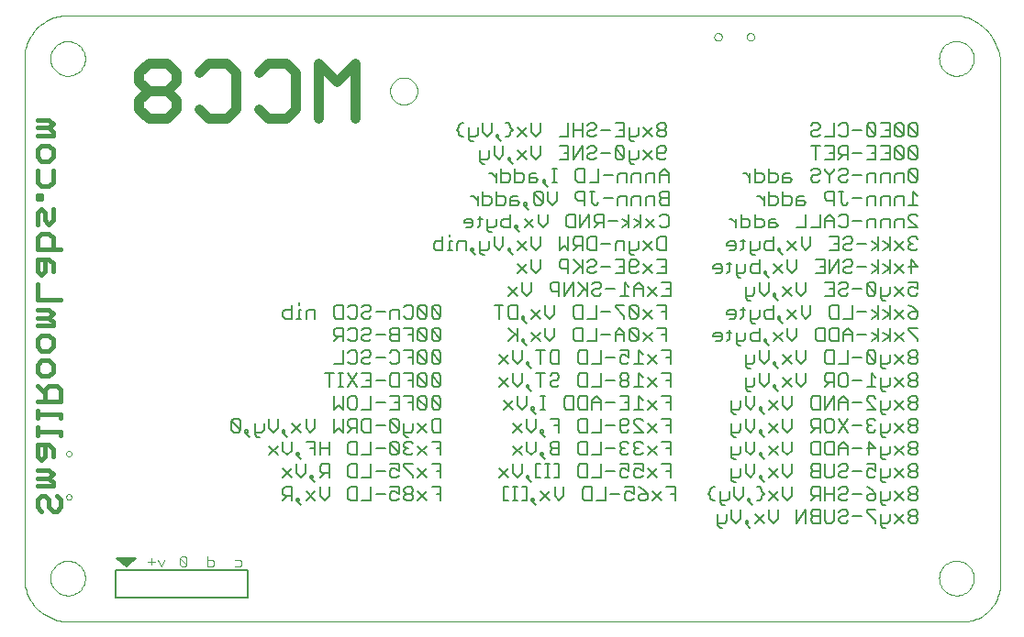
<source format=gbo>
G75*
G70*
%OFA0B0*%
%FSLAX24Y24*%
%IPPOS*%
%LPD*%
%AMOC8*
5,1,8,0,0,1.08239X$1,22.5*
%
%ADD10C,0.0000*%
%ADD11C,0.0060*%
%ADD12C,0.0350*%
%ADD13C,0.0150*%
%ADD14C,0.0050*%
%ADD15C,0.0030*%
D10*
X001029Y001715D02*
X001029Y020612D01*
X001973Y020612D02*
X001975Y020662D01*
X001981Y020712D01*
X001991Y020761D01*
X002005Y020809D01*
X002022Y020856D01*
X002043Y020901D01*
X002068Y020945D01*
X002096Y020986D01*
X002128Y021025D01*
X002162Y021062D01*
X002199Y021096D01*
X002239Y021126D01*
X002281Y021153D01*
X002325Y021177D01*
X002371Y021198D01*
X002418Y021214D01*
X002466Y021227D01*
X002516Y021236D01*
X002565Y021241D01*
X002616Y021242D01*
X002666Y021239D01*
X002715Y021232D01*
X002764Y021221D01*
X002812Y021206D01*
X002858Y021188D01*
X002903Y021166D01*
X002946Y021140D01*
X002987Y021111D01*
X003026Y021079D01*
X003062Y021044D01*
X003094Y021006D01*
X003124Y020966D01*
X003151Y020923D01*
X003174Y020879D01*
X003193Y020833D01*
X003209Y020785D01*
X003221Y020736D01*
X003229Y020687D01*
X003233Y020637D01*
X003233Y020587D01*
X003229Y020537D01*
X003221Y020488D01*
X003209Y020439D01*
X003193Y020391D01*
X003174Y020345D01*
X003151Y020301D01*
X003124Y020258D01*
X003094Y020218D01*
X003062Y020180D01*
X003026Y020145D01*
X002987Y020113D01*
X002946Y020084D01*
X002903Y020058D01*
X002858Y020036D01*
X002812Y020018D01*
X002764Y020003D01*
X002715Y019992D01*
X002666Y019985D01*
X002616Y019982D01*
X002565Y019983D01*
X002516Y019988D01*
X002466Y019997D01*
X002418Y020010D01*
X002371Y020026D01*
X002325Y020047D01*
X002281Y020071D01*
X002239Y020098D01*
X002199Y020128D01*
X002162Y020162D01*
X002128Y020199D01*
X002096Y020238D01*
X002068Y020279D01*
X002043Y020323D01*
X002022Y020368D01*
X002005Y020415D01*
X001991Y020463D01*
X001981Y020512D01*
X001975Y020562D01*
X001973Y020612D01*
X001028Y020612D02*
X001030Y020689D01*
X001036Y020766D01*
X001045Y020843D01*
X001058Y020919D01*
X001075Y020995D01*
X001096Y021069D01*
X001120Y021143D01*
X001148Y021215D01*
X001179Y021285D01*
X001214Y021354D01*
X001252Y021422D01*
X001293Y021487D01*
X001338Y021550D01*
X001386Y021611D01*
X001436Y021670D01*
X001489Y021726D01*
X001545Y021779D01*
X001604Y021829D01*
X001665Y021877D01*
X001728Y021922D01*
X001793Y021963D01*
X001861Y022001D01*
X001930Y022036D01*
X002000Y022067D01*
X002072Y022095D01*
X002146Y022119D01*
X002220Y022140D01*
X002296Y022157D01*
X002372Y022170D01*
X002449Y022179D01*
X002526Y022185D01*
X002603Y022187D01*
X034887Y022187D01*
X034257Y020612D02*
X034259Y020662D01*
X034265Y020712D01*
X034275Y020761D01*
X034289Y020809D01*
X034306Y020856D01*
X034327Y020901D01*
X034352Y020945D01*
X034380Y020986D01*
X034412Y021025D01*
X034446Y021062D01*
X034483Y021096D01*
X034523Y021126D01*
X034565Y021153D01*
X034609Y021177D01*
X034655Y021198D01*
X034702Y021214D01*
X034750Y021227D01*
X034800Y021236D01*
X034849Y021241D01*
X034900Y021242D01*
X034950Y021239D01*
X034999Y021232D01*
X035048Y021221D01*
X035096Y021206D01*
X035142Y021188D01*
X035187Y021166D01*
X035230Y021140D01*
X035271Y021111D01*
X035310Y021079D01*
X035346Y021044D01*
X035378Y021006D01*
X035408Y020966D01*
X035435Y020923D01*
X035458Y020879D01*
X035477Y020833D01*
X035493Y020785D01*
X035505Y020736D01*
X035513Y020687D01*
X035517Y020637D01*
X035517Y020587D01*
X035513Y020537D01*
X035505Y020488D01*
X035493Y020439D01*
X035477Y020391D01*
X035458Y020345D01*
X035435Y020301D01*
X035408Y020258D01*
X035378Y020218D01*
X035346Y020180D01*
X035310Y020145D01*
X035271Y020113D01*
X035230Y020084D01*
X035187Y020058D01*
X035142Y020036D01*
X035096Y020018D01*
X035048Y020003D01*
X034999Y019992D01*
X034950Y019985D01*
X034900Y019982D01*
X034849Y019983D01*
X034800Y019988D01*
X034750Y019997D01*
X034702Y020010D01*
X034655Y020026D01*
X034609Y020047D01*
X034565Y020071D01*
X034523Y020098D01*
X034483Y020128D01*
X034446Y020162D01*
X034412Y020199D01*
X034380Y020238D01*
X034352Y020279D01*
X034327Y020323D01*
X034306Y020368D01*
X034289Y020415D01*
X034275Y020463D01*
X034265Y020512D01*
X034259Y020562D01*
X034257Y020612D01*
X034887Y022188D02*
X034971Y022177D01*
X035054Y022161D01*
X035137Y022142D01*
X035219Y022119D01*
X035299Y022092D01*
X035378Y022061D01*
X035456Y022026D01*
X035531Y021988D01*
X035605Y021946D01*
X035677Y021901D01*
X035747Y021852D01*
X035814Y021800D01*
X035878Y021745D01*
X035940Y021687D01*
X035999Y021626D01*
X036055Y021563D01*
X036108Y021496D01*
X036158Y021428D01*
X036205Y021357D01*
X036248Y021284D01*
X036287Y021208D01*
X036323Y021132D01*
X036355Y021053D01*
X036384Y020973D01*
X036408Y020892D01*
X036429Y020810D01*
X036446Y020726D01*
X036459Y020642D01*
X036467Y020558D01*
X036472Y020473D01*
X036473Y020388D01*
X036469Y020304D01*
X036462Y020219D01*
X036462Y001321D01*
X036450Y001249D01*
X036434Y001178D01*
X036414Y001108D01*
X036391Y001039D01*
X036364Y000971D01*
X036334Y000905D01*
X036300Y000840D01*
X036263Y000778D01*
X036222Y000717D01*
X036179Y000659D01*
X036132Y000602D01*
X036083Y000549D01*
X036031Y000498D01*
X035976Y000450D01*
X035919Y000404D01*
X035860Y000362D01*
X035798Y000323D01*
X035735Y000287D01*
X035669Y000255D01*
X035603Y000226D01*
X035534Y000201D01*
X035465Y000179D01*
X035394Y000161D01*
X035323Y000147D01*
X035251Y000136D01*
X035178Y000129D01*
X035105Y000126D01*
X035032Y000127D01*
X034960Y000132D01*
X034887Y000140D01*
X002603Y000140D01*
X001973Y001715D02*
X001975Y001765D01*
X001981Y001815D01*
X001991Y001864D01*
X002005Y001912D01*
X002022Y001959D01*
X002043Y002004D01*
X002068Y002048D01*
X002096Y002089D01*
X002128Y002128D01*
X002162Y002165D01*
X002199Y002199D01*
X002239Y002229D01*
X002281Y002256D01*
X002325Y002280D01*
X002371Y002301D01*
X002418Y002317D01*
X002466Y002330D01*
X002516Y002339D01*
X002565Y002344D01*
X002616Y002345D01*
X002666Y002342D01*
X002715Y002335D01*
X002764Y002324D01*
X002812Y002309D01*
X002858Y002291D01*
X002903Y002269D01*
X002946Y002243D01*
X002987Y002214D01*
X003026Y002182D01*
X003062Y002147D01*
X003094Y002109D01*
X003124Y002069D01*
X003151Y002026D01*
X003174Y001982D01*
X003193Y001936D01*
X003209Y001888D01*
X003221Y001839D01*
X003229Y001790D01*
X003233Y001740D01*
X003233Y001690D01*
X003229Y001640D01*
X003221Y001591D01*
X003209Y001542D01*
X003193Y001494D01*
X003174Y001448D01*
X003151Y001404D01*
X003124Y001361D01*
X003094Y001321D01*
X003062Y001283D01*
X003026Y001248D01*
X002987Y001216D01*
X002946Y001187D01*
X002903Y001161D01*
X002858Y001139D01*
X002812Y001121D01*
X002764Y001106D01*
X002715Y001095D01*
X002666Y001088D01*
X002616Y001085D01*
X002565Y001086D01*
X002516Y001091D01*
X002466Y001100D01*
X002418Y001113D01*
X002371Y001129D01*
X002325Y001150D01*
X002281Y001174D01*
X002239Y001201D01*
X002199Y001231D01*
X002162Y001265D01*
X002128Y001302D01*
X002096Y001341D01*
X002068Y001382D01*
X002043Y001426D01*
X002022Y001471D01*
X002005Y001518D01*
X001991Y001566D01*
X001981Y001615D01*
X001975Y001665D01*
X001973Y001715D01*
X001028Y001715D02*
X001030Y001638D01*
X001036Y001561D01*
X001045Y001484D01*
X001058Y001408D01*
X001075Y001332D01*
X001096Y001258D01*
X001120Y001184D01*
X001148Y001112D01*
X001179Y001042D01*
X001214Y000973D01*
X001252Y000905D01*
X001293Y000840D01*
X001338Y000777D01*
X001386Y000716D01*
X001436Y000657D01*
X001489Y000601D01*
X001545Y000548D01*
X001604Y000498D01*
X001665Y000450D01*
X001728Y000405D01*
X001793Y000364D01*
X001861Y000326D01*
X001930Y000291D01*
X002000Y000260D01*
X002072Y000232D01*
X002146Y000208D01*
X002220Y000187D01*
X002296Y000170D01*
X002372Y000157D01*
X002449Y000148D01*
X002526Y000142D01*
X002603Y000140D01*
X002545Y004668D02*
X002547Y004687D01*
X002552Y004706D01*
X002562Y004722D01*
X002574Y004737D01*
X002589Y004749D01*
X002605Y004759D01*
X002624Y004764D01*
X002643Y004766D01*
X002662Y004764D01*
X002681Y004759D01*
X002697Y004749D01*
X002712Y004737D01*
X002724Y004722D01*
X002734Y004706D01*
X002739Y004687D01*
X002741Y004668D01*
X002739Y004649D01*
X002734Y004630D01*
X002724Y004614D01*
X002712Y004599D01*
X002697Y004587D01*
X002681Y004577D01*
X002662Y004572D01*
X002643Y004570D01*
X002624Y004572D01*
X002605Y004577D01*
X002589Y004587D01*
X002574Y004599D01*
X002562Y004614D01*
X002552Y004630D01*
X002547Y004649D01*
X002545Y004668D01*
X002545Y006242D02*
X002547Y006261D01*
X002552Y006280D01*
X002562Y006296D01*
X002574Y006311D01*
X002589Y006323D01*
X002605Y006333D01*
X002624Y006338D01*
X002643Y006340D01*
X002662Y006338D01*
X002681Y006333D01*
X002697Y006323D01*
X002712Y006311D01*
X002724Y006296D01*
X002734Y006280D01*
X002739Y006261D01*
X002741Y006242D01*
X002739Y006223D01*
X002734Y006204D01*
X002724Y006188D01*
X002712Y006173D01*
X002697Y006161D01*
X002681Y006151D01*
X002662Y006146D01*
X002643Y006144D01*
X002624Y006146D01*
X002605Y006151D01*
X002589Y006161D01*
X002574Y006173D01*
X002562Y006188D01*
X002552Y006204D01*
X002547Y006223D01*
X002545Y006242D01*
X014316Y019431D02*
X014318Y019475D01*
X014324Y019519D01*
X014334Y019562D01*
X014347Y019604D01*
X014365Y019644D01*
X014386Y019683D01*
X014410Y019720D01*
X014437Y019755D01*
X014468Y019787D01*
X014501Y019816D01*
X014537Y019842D01*
X014575Y019864D01*
X014615Y019883D01*
X014656Y019899D01*
X014699Y019911D01*
X014742Y019919D01*
X014786Y019923D01*
X014830Y019923D01*
X014874Y019919D01*
X014917Y019911D01*
X014960Y019899D01*
X015001Y019883D01*
X015041Y019864D01*
X015079Y019842D01*
X015115Y019816D01*
X015148Y019787D01*
X015179Y019755D01*
X015206Y019720D01*
X015230Y019683D01*
X015251Y019644D01*
X015269Y019604D01*
X015282Y019562D01*
X015292Y019519D01*
X015298Y019475D01*
X015300Y019431D01*
X015298Y019387D01*
X015292Y019343D01*
X015282Y019300D01*
X015269Y019258D01*
X015251Y019218D01*
X015230Y019179D01*
X015206Y019142D01*
X015179Y019107D01*
X015148Y019075D01*
X015115Y019046D01*
X015079Y019020D01*
X015041Y018998D01*
X015001Y018979D01*
X014960Y018963D01*
X014917Y018951D01*
X014874Y018943D01*
X014830Y018939D01*
X014786Y018939D01*
X014742Y018943D01*
X014699Y018951D01*
X014656Y018963D01*
X014615Y018979D01*
X014575Y018998D01*
X014537Y019020D01*
X014501Y019046D01*
X014468Y019075D01*
X014437Y019107D01*
X014410Y019142D01*
X014386Y019179D01*
X014365Y019218D01*
X014347Y019258D01*
X014334Y019300D01*
X014324Y019343D01*
X014318Y019387D01*
X014316Y019431D01*
X026087Y021400D02*
X026089Y021423D01*
X026095Y021446D01*
X026105Y021467D01*
X026118Y021487D01*
X026134Y021504D01*
X026153Y021518D01*
X026174Y021528D01*
X026196Y021535D01*
X026219Y021538D01*
X026243Y021537D01*
X026265Y021532D01*
X026287Y021523D01*
X026307Y021511D01*
X026325Y021495D01*
X026339Y021477D01*
X026351Y021457D01*
X026359Y021435D01*
X026363Y021412D01*
X026363Y021388D01*
X026359Y021365D01*
X026351Y021343D01*
X026339Y021323D01*
X026325Y021305D01*
X026307Y021289D01*
X026287Y021277D01*
X026265Y021268D01*
X026243Y021263D01*
X026219Y021262D01*
X026196Y021265D01*
X026174Y021272D01*
X026153Y021282D01*
X026134Y021296D01*
X026118Y021313D01*
X026105Y021333D01*
X026095Y021354D01*
X026089Y021377D01*
X026087Y021400D01*
X027269Y021400D02*
X027271Y021423D01*
X027277Y021446D01*
X027287Y021467D01*
X027300Y021487D01*
X027316Y021504D01*
X027335Y021518D01*
X027356Y021528D01*
X027378Y021535D01*
X027401Y021538D01*
X027425Y021537D01*
X027447Y021532D01*
X027469Y021523D01*
X027489Y021511D01*
X027507Y021495D01*
X027521Y021477D01*
X027533Y021457D01*
X027541Y021435D01*
X027545Y021412D01*
X027545Y021388D01*
X027541Y021365D01*
X027533Y021343D01*
X027521Y021323D01*
X027507Y021305D01*
X027489Y021289D01*
X027469Y021277D01*
X027447Y021268D01*
X027425Y021263D01*
X027401Y021262D01*
X027378Y021265D01*
X027356Y021272D01*
X027335Y021282D01*
X027316Y021296D01*
X027300Y021313D01*
X027287Y021333D01*
X027277Y021354D01*
X027271Y021377D01*
X027269Y021400D01*
X034257Y001715D02*
X034259Y001765D01*
X034265Y001815D01*
X034275Y001864D01*
X034289Y001912D01*
X034306Y001959D01*
X034327Y002004D01*
X034352Y002048D01*
X034380Y002089D01*
X034412Y002128D01*
X034446Y002165D01*
X034483Y002199D01*
X034523Y002229D01*
X034565Y002256D01*
X034609Y002280D01*
X034655Y002301D01*
X034702Y002317D01*
X034750Y002330D01*
X034800Y002339D01*
X034849Y002344D01*
X034900Y002345D01*
X034950Y002342D01*
X034999Y002335D01*
X035048Y002324D01*
X035096Y002309D01*
X035142Y002291D01*
X035187Y002269D01*
X035230Y002243D01*
X035271Y002214D01*
X035310Y002182D01*
X035346Y002147D01*
X035378Y002109D01*
X035408Y002069D01*
X035435Y002026D01*
X035458Y001982D01*
X035477Y001936D01*
X035493Y001888D01*
X035505Y001839D01*
X035513Y001790D01*
X035517Y001740D01*
X035517Y001690D01*
X035513Y001640D01*
X035505Y001591D01*
X035493Y001542D01*
X035477Y001494D01*
X035458Y001448D01*
X035435Y001404D01*
X035408Y001361D01*
X035378Y001321D01*
X035346Y001283D01*
X035310Y001248D01*
X035271Y001216D01*
X035230Y001187D01*
X035187Y001161D01*
X035142Y001139D01*
X035096Y001121D01*
X035048Y001106D01*
X034999Y001095D01*
X034950Y001088D01*
X034900Y001085D01*
X034849Y001086D01*
X034800Y001091D01*
X034750Y001100D01*
X034702Y001113D01*
X034655Y001129D01*
X034609Y001150D01*
X034565Y001174D01*
X034523Y001201D01*
X034483Y001231D01*
X034446Y001265D01*
X034412Y001302D01*
X034380Y001341D01*
X034352Y001382D01*
X034327Y001426D01*
X034306Y001471D01*
X034289Y001518D01*
X034275Y001566D01*
X034265Y001615D01*
X034259Y001665D01*
X034257Y001715D01*
D11*
X032300Y003549D02*
X032218Y003549D01*
X032136Y003631D01*
X032136Y004041D01*
X031956Y004205D02*
X031629Y004205D01*
X031629Y004123D01*
X031956Y003795D01*
X031956Y003713D01*
X032136Y003713D02*
X032382Y003713D01*
X032464Y003795D01*
X032464Y004041D01*
X032644Y004041D02*
X032971Y003713D01*
X033151Y003795D02*
X033233Y003713D01*
X033397Y003713D01*
X033479Y003795D01*
X033479Y003877D01*
X033397Y003959D01*
X033233Y003959D01*
X033151Y003877D01*
X033151Y003795D01*
X033233Y003959D02*
X033151Y004041D01*
X033151Y004123D01*
X033233Y004205D01*
X033397Y004205D01*
X033479Y004123D01*
X033479Y004041D01*
X033397Y003959D01*
X032971Y004041D02*
X032644Y003713D01*
X032300Y004376D02*
X032218Y004376D01*
X032136Y004458D01*
X032136Y004868D01*
X031956Y004786D02*
X031711Y004786D01*
X031629Y004704D01*
X031629Y004622D01*
X031711Y004540D01*
X031874Y004540D01*
X031956Y004622D01*
X031956Y004786D01*
X031792Y004950D01*
X031629Y005032D01*
X031449Y004786D02*
X031121Y004786D01*
X030941Y004868D02*
X030859Y004786D01*
X030695Y004786D01*
X030614Y004704D01*
X030614Y004622D01*
X030695Y004540D01*
X030859Y004540D01*
X030941Y004622D01*
X030941Y004868D02*
X030941Y004950D01*
X030859Y005032D01*
X030695Y005032D01*
X030614Y004950D01*
X030434Y005032D02*
X030434Y004540D01*
X030434Y004786D02*
X030106Y004786D01*
X029926Y004704D02*
X029680Y004704D01*
X029598Y004786D01*
X029598Y004950D01*
X029680Y005032D01*
X029926Y005032D01*
X029926Y004540D01*
X030106Y004540D02*
X030106Y005032D01*
X030188Y005367D02*
X030106Y005449D01*
X030106Y005858D01*
X029926Y005858D02*
X029680Y005858D01*
X029598Y005777D01*
X029598Y005695D01*
X029680Y005613D01*
X029926Y005613D01*
X029926Y005858D02*
X029926Y005367D01*
X029680Y005367D01*
X029598Y005449D01*
X029598Y005531D01*
X029680Y005613D01*
X030188Y005367D02*
X030352Y005367D01*
X030434Y005449D01*
X030434Y005858D01*
X030614Y005777D02*
X030695Y005858D01*
X030859Y005858D01*
X030941Y005777D01*
X030941Y005695D01*
X030859Y005613D01*
X030695Y005613D01*
X030614Y005531D01*
X030614Y005449D01*
X030695Y005367D01*
X030859Y005367D01*
X030941Y005449D01*
X031121Y005613D02*
X031449Y005613D01*
X031629Y005613D02*
X031711Y005695D01*
X031792Y005695D01*
X031956Y005613D01*
X031956Y005858D01*
X031629Y005858D01*
X031629Y005613D02*
X031629Y005449D01*
X031711Y005367D01*
X031874Y005367D01*
X031956Y005449D01*
X032136Y005367D02*
X032382Y005367D01*
X032464Y005449D01*
X032464Y005695D01*
X032644Y005695D02*
X032971Y005367D01*
X033151Y005449D02*
X033233Y005367D01*
X033397Y005367D01*
X033479Y005449D01*
X033479Y005531D01*
X033397Y005613D01*
X033233Y005613D01*
X033151Y005531D01*
X033151Y005449D01*
X033233Y005613D02*
X033151Y005695D01*
X033151Y005777D01*
X033233Y005858D01*
X033397Y005858D01*
X033479Y005777D01*
X033479Y005695D01*
X033397Y005613D01*
X032971Y005695D02*
X032644Y005367D01*
X032300Y005203D02*
X032218Y005203D01*
X032136Y005285D01*
X032136Y005695D01*
X032218Y006030D02*
X032300Y006030D01*
X032218Y006030D02*
X032136Y006112D01*
X032136Y006521D01*
X031956Y006439D02*
X031629Y006439D01*
X031449Y006439D02*
X031121Y006439D01*
X030941Y006439D02*
X030614Y006439D01*
X030614Y006521D02*
X030614Y006194D01*
X030434Y006194D02*
X030188Y006194D01*
X030106Y006276D01*
X030106Y006603D01*
X030188Y006685D01*
X030434Y006685D01*
X030434Y006194D01*
X030614Y006521D02*
X030777Y006685D01*
X030941Y006521D01*
X030941Y006194D01*
X031711Y006194D02*
X031711Y006685D01*
X031956Y006439D01*
X032136Y006194D02*
X032382Y006194D01*
X032464Y006276D01*
X032464Y006521D01*
X032644Y006521D02*
X032971Y006194D01*
X033151Y006276D02*
X033233Y006194D01*
X033397Y006194D01*
X033479Y006276D01*
X033479Y006357D01*
X033397Y006439D01*
X033233Y006439D01*
X033151Y006357D01*
X033151Y006276D01*
X033233Y006439D02*
X033151Y006521D01*
X033151Y006603D01*
X033233Y006685D01*
X033397Y006685D01*
X033479Y006603D01*
X033479Y006521D01*
X033397Y006439D01*
X032971Y006521D02*
X032644Y006194D01*
X032300Y006857D02*
X032218Y006857D01*
X032136Y006938D01*
X032136Y007348D01*
X031956Y007430D02*
X031874Y007512D01*
X031711Y007512D01*
X031629Y007430D01*
X031629Y007348D01*
X031711Y007266D01*
X031629Y007184D01*
X031629Y007102D01*
X031711Y007020D01*
X031874Y007020D01*
X031956Y007102D01*
X032136Y007020D02*
X032382Y007020D01*
X032464Y007102D01*
X032464Y007348D01*
X032644Y007348D02*
X032971Y007020D01*
X033151Y007102D02*
X033233Y007020D01*
X033397Y007020D01*
X033479Y007102D01*
X033479Y007184D01*
X033397Y007266D01*
X033233Y007266D01*
X033151Y007184D01*
X033151Y007102D01*
X033233Y007266D02*
X033151Y007348D01*
X033151Y007430D01*
X033233Y007512D01*
X033397Y007512D01*
X033479Y007430D01*
X033479Y007348D01*
X033397Y007266D01*
X032971Y007348D02*
X032644Y007020D01*
X032300Y007683D02*
X032218Y007683D01*
X032136Y007765D01*
X032136Y008175D01*
X031956Y008257D02*
X031874Y008339D01*
X031711Y008339D01*
X031629Y008257D01*
X031629Y008175D01*
X031956Y007847D01*
X031629Y007847D01*
X031449Y008093D02*
X031121Y008093D01*
X030941Y008093D02*
X030614Y008093D01*
X030614Y008175D02*
X030614Y007847D01*
X030434Y007847D02*
X030434Y008339D01*
X030106Y007847D01*
X030106Y008339D01*
X029926Y008339D02*
X029680Y008339D01*
X029598Y008257D01*
X029598Y007929D01*
X029680Y007847D01*
X029926Y007847D01*
X029926Y008339D01*
X030106Y008674D02*
X030270Y008838D01*
X030188Y008838D02*
X030434Y008838D01*
X030434Y008674D02*
X030434Y009166D01*
X030188Y009166D01*
X030106Y009084D01*
X030106Y008920D01*
X030188Y008838D01*
X030614Y008756D02*
X030614Y009084D01*
X030695Y009166D01*
X030859Y009166D01*
X030941Y009084D01*
X030941Y008756D01*
X030859Y008674D01*
X030695Y008674D01*
X030614Y008756D01*
X030777Y008339D02*
X030614Y008175D01*
X030777Y008339D02*
X030941Y008175D01*
X030941Y007847D01*
X030941Y007512D02*
X030614Y007020D01*
X030434Y007102D02*
X030352Y007020D01*
X030188Y007020D01*
X030106Y007102D01*
X030106Y007430D01*
X030188Y007512D01*
X030352Y007512D01*
X030434Y007430D01*
X030434Y007102D01*
X030614Y007512D02*
X030941Y007020D01*
X031121Y007266D02*
X031449Y007266D01*
X031711Y007266D02*
X031792Y007266D01*
X032136Y007847D02*
X032382Y007847D01*
X032464Y007929D01*
X032464Y008175D01*
X032644Y008175D02*
X032971Y007847D01*
X033151Y007929D02*
X033233Y007847D01*
X033397Y007847D01*
X033479Y007929D01*
X033479Y008011D01*
X033397Y008093D01*
X033233Y008093D01*
X033151Y008011D01*
X033151Y007929D01*
X033233Y008093D02*
X033151Y008175D01*
X033151Y008257D01*
X033233Y008339D01*
X033397Y008339D01*
X033479Y008257D01*
X033479Y008175D01*
X033397Y008093D01*
X032971Y008175D02*
X032644Y007847D01*
X032300Y008510D02*
X032218Y008510D01*
X032136Y008592D01*
X032136Y009002D01*
X031956Y009002D02*
X031792Y009166D01*
X031792Y008674D01*
X031629Y008674D02*
X031956Y008674D01*
X032136Y008674D02*
X032382Y008674D01*
X032464Y008756D01*
X032464Y009002D01*
X032644Y009002D02*
X032971Y008674D01*
X033151Y008756D02*
X033233Y008674D01*
X033397Y008674D01*
X033479Y008756D01*
X033479Y008838D01*
X033397Y008920D01*
X033233Y008920D01*
X033151Y008838D01*
X033151Y008756D01*
X033233Y008920D02*
X033151Y009002D01*
X033151Y009084D01*
X033233Y009166D01*
X033397Y009166D01*
X033479Y009084D01*
X033479Y009002D01*
X033397Y008920D01*
X032971Y009002D02*
X032644Y008674D01*
X032300Y009337D02*
X032218Y009337D01*
X032136Y009419D01*
X032136Y009828D01*
X031956Y009910D02*
X031874Y009992D01*
X031711Y009992D01*
X031629Y009910D01*
X031956Y009583D01*
X031874Y009501D01*
X031711Y009501D01*
X031629Y009583D01*
X031629Y009910D01*
X031449Y009747D02*
X031121Y009747D01*
X030941Y009992D02*
X030941Y009501D01*
X030614Y009501D01*
X030434Y009501D02*
X030188Y009501D01*
X030106Y009583D01*
X030106Y009910D01*
X030188Y009992D01*
X030434Y009992D01*
X030434Y009501D01*
X031121Y008920D02*
X031449Y008920D01*
X032136Y009501D02*
X032382Y009501D01*
X032464Y009583D01*
X032464Y009828D01*
X032644Y009828D02*
X032971Y009501D01*
X033151Y009583D02*
X033233Y009501D01*
X033397Y009501D01*
X033479Y009583D01*
X033479Y009665D01*
X033397Y009747D01*
X033233Y009747D01*
X033151Y009665D01*
X033151Y009583D01*
X033233Y009747D02*
X033151Y009828D01*
X033151Y009910D01*
X033233Y009992D01*
X033397Y009992D01*
X033479Y009910D01*
X033479Y009828D01*
X033397Y009747D01*
X032971Y009828D02*
X032644Y009501D01*
X031956Y009583D02*
X031956Y009910D01*
X032041Y010327D02*
X032041Y010819D01*
X032218Y010655D02*
X032464Y010491D01*
X032218Y010327D01*
X032041Y010491D02*
X031795Y010655D01*
X031618Y010573D02*
X031290Y010573D01*
X031110Y010573D02*
X030783Y010573D01*
X030783Y010655D02*
X030783Y010327D01*
X030603Y010327D02*
X030357Y010327D01*
X030275Y010409D01*
X030275Y010737D01*
X030357Y010819D01*
X030603Y010819D01*
X030603Y010327D01*
X031110Y010327D02*
X031110Y010655D01*
X030947Y010819D01*
X030783Y010655D01*
X030783Y011154D02*
X031110Y011154D01*
X031110Y011646D01*
X031290Y011400D02*
X031618Y011400D01*
X031795Y011482D02*
X032041Y011318D01*
X031795Y011154D01*
X032041Y011154D02*
X032041Y011646D01*
X032218Y011482D02*
X032464Y011318D01*
X032218Y011154D01*
X032464Y011154D02*
X032464Y011646D01*
X032300Y011817D02*
X032218Y011817D01*
X032136Y011899D01*
X032136Y012309D01*
X031956Y012391D02*
X031874Y012473D01*
X031711Y012473D01*
X031629Y012391D01*
X031956Y012063D01*
X031874Y011981D01*
X031711Y011981D01*
X031629Y012063D01*
X031629Y012391D01*
X031449Y012227D02*
X031121Y012227D01*
X030941Y012309D02*
X030859Y012227D01*
X030695Y012227D01*
X030614Y012145D01*
X030614Y012063D01*
X030695Y011981D01*
X030859Y011981D01*
X030941Y012063D01*
X030941Y012309D02*
X030941Y012391D01*
X030859Y012473D01*
X030695Y012473D01*
X030614Y012391D01*
X030434Y012473D02*
X030106Y012473D01*
X030270Y012227D02*
X030434Y012227D01*
X030434Y012473D02*
X030434Y011981D01*
X030106Y011981D01*
X030357Y011646D02*
X030603Y011646D01*
X030603Y011154D01*
X030357Y011154D01*
X030275Y011236D01*
X030275Y011564D01*
X030357Y011646D01*
X029588Y011646D02*
X029588Y011318D01*
X029424Y011154D01*
X029260Y011318D01*
X029260Y011646D01*
X029080Y011482D02*
X028753Y011154D01*
X028573Y010990D02*
X028409Y011154D01*
X028491Y011154D01*
X028491Y011236D01*
X028409Y011236D01*
X028409Y011154D01*
X028234Y011154D02*
X027989Y011154D01*
X027907Y011236D01*
X027907Y011400D01*
X027989Y011482D01*
X028234Y011482D01*
X028234Y011646D02*
X028234Y011154D01*
X028753Y011482D02*
X029080Y011154D01*
X029080Y010819D02*
X029080Y010491D01*
X028916Y010327D01*
X028753Y010491D01*
X028753Y010819D01*
X028573Y010655D02*
X028245Y010327D01*
X028065Y010164D02*
X027901Y010327D01*
X027983Y010327D01*
X027983Y010409D01*
X027901Y010409D01*
X027901Y010327D01*
X027727Y010327D02*
X027481Y010327D01*
X027399Y010409D01*
X027399Y010573D01*
X027481Y010655D01*
X027727Y010655D01*
X027727Y010819D02*
X027727Y010327D01*
X027738Y009992D02*
X027738Y009665D01*
X027901Y009501D01*
X028065Y009665D01*
X028065Y009992D01*
X027558Y009828D02*
X027558Y009583D01*
X027476Y009501D01*
X027230Y009501D01*
X027230Y009419D02*
X027312Y009337D01*
X027394Y009337D01*
X027230Y009419D02*
X027230Y009828D01*
X027056Y010164D02*
X026974Y010164D01*
X026892Y010246D01*
X026892Y010655D01*
X026712Y010655D02*
X026548Y010655D01*
X026630Y010737D02*
X026630Y010409D01*
X026548Y010327D01*
X026374Y010409D02*
X026374Y010573D01*
X026292Y010655D01*
X026128Y010655D01*
X026046Y010573D01*
X026046Y010491D01*
X026374Y010491D01*
X026374Y010409D02*
X026292Y010327D01*
X026128Y010327D01*
X026892Y010327D02*
X027138Y010327D01*
X027219Y010409D01*
X027219Y010655D01*
X027481Y010990D02*
X027399Y011072D01*
X027399Y011482D01*
X027219Y011482D02*
X027056Y011482D01*
X027138Y011564D02*
X027138Y011236D01*
X027056Y011154D01*
X026881Y011236D02*
X026881Y011400D01*
X026799Y011482D01*
X026635Y011482D01*
X026553Y011400D01*
X026553Y011318D01*
X026881Y011318D01*
X026881Y011236D02*
X026799Y011154D01*
X026635Y011154D01*
X027399Y011154D02*
X027645Y011154D01*
X027727Y011236D01*
X027727Y011482D01*
X027394Y011817D02*
X027312Y011817D01*
X027230Y011899D01*
X027230Y012309D01*
X027558Y012309D02*
X027558Y012063D01*
X027476Y011981D01*
X027230Y011981D01*
X027738Y012145D02*
X027738Y012473D01*
X028065Y012473D02*
X028065Y012145D01*
X027901Y011981D01*
X027738Y012145D01*
X028240Y012063D02*
X028240Y011981D01*
X028322Y011981D01*
X028322Y012063D01*
X028240Y012063D01*
X028240Y011981D02*
X028404Y011817D01*
X028583Y011981D02*
X028911Y012309D01*
X029091Y012145D02*
X029091Y012473D01*
X029419Y012473D02*
X029419Y012145D01*
X029255Y011981D01*
X029091Y012145D01*
X028911Y011981D02*
X028583Y012309D01*
X028573Y012808D02*
X028245Y013136D01*
X028573Y013136D02*
X028245Y012808D01*
X028065Y012644D02*
X027901Y012808D01*
X027983Y012808D01*
X027983Y012890D01*
X027901Y012890D01*
X027901Y012808D01*
X027727Y012808D02*
X027481Y012808D01*
X027399Y012890D01*
X027399Y013054D01*
X027481Y013136D01*
X027727Y013136D01*
X027727Y013299D02*
X027727Y012808D01*
X027219Y012890D02*
X027138Y012808D01*
X026892Y012808D01*
X026892Y012726D02*
X026974Y012644D01*
X027056Y012644D01*
X026892Y012726D02*
X026892Y013136D01*
X026712Y013136D02*
X026548Y013136D01*
X026630Y013217D02*
X026630Y012890D01*
X026548Y012808D01*
X026374Y012890D02*
X026374Y013054D01*
X026292Y013136D01*
X026128Y013136D01*
X026046Y013054D01*
X026046Y012972D01*
X026374Y012972D01*
X026374Y012890D02*
X026292Y012808D01*
X026128Y012808D01*
X027219Y012890D02*
X027219Y013136D01*
X027481Y013471D02*
X027399Y013553D01*
X027399Y013962D01*
X027219Y013962D02*
X027056Y013962D01*
X027138Y014044D02*
X027138Y013716D01*
X027056Y013635D01*
X026881Y013716D02*
X026881Y013880D01*
X026799Y013962D01*
X026635Y013962D01*
X026553Y013880D01*
X026553Y013798D01*
X026881Y013798D01*
X026881Y013716D02*
X026799Y013635D01*
X026635Y013635D01*
X027399Y013635D02*
X027645Y013635D01*
X027727Y013716D01*
X027727Y013962D01*
X027907Y013880D02*
X027907Y013716D01*
X027989Y013635D01*
X028234Y013635D01*
X028234Y014126D01*
X028234Y013962D02*
X027989Y013962D01*
X027907Y013880D01*
X028409Y013716D02*
X028491Y013716D01*
X028491Y013635D01*
X028409Y013635D01*
X028409Y013716D01*
X028409Y013635D02*
X028573Y013471D01*
X028753Y013635D02*
X029080Y013962D01*
X029260Y013798D02*
X029260Y014126D01*
X029588Y014126D02*
X029588Y013798D01*
X029424Y013635D01*
X029260Y013798D01*
X029080Y013635D02*
X028753Y013962D01*
X029091Y014461D02*
X029419Y014461D01*
X029419Y014953D01*
X029337Y015288D02*
X029091Y015288D01*
X029091Y015534D01*
X029173Y015616D01*
X029337Y015616D01*
X029337Y015452D02*
X029091Y015452D01*
X028911Y015370D02*
X028911Y015534D01*
X028829Y015616D01*
X028583Y015616D01*
X028583Y015780D02*
X028583Y015288D01*
X028829Y015288D01*
X028911Y015370D01*
X028404Y015370D02*
X028404Y015534D01*
X028322Y015616D01*
X028076Y015616D01*
X028076Y015780D02*
X028076Y015288D01*
X028322Y015288D01*
X028404Y015370D01*
X027896Y015288D02*
X027896Y015616D01*
X027896Y015452D02*
X027732Y015616D01*
X027650Y015616D01*
X027568Y016115D02*
X027814Y016115D01*
X027896Y016197D01*
X027896Y016361D01*
X027814Y016443D01*
X027568Y016443D01*
X027568Y016606D02*
X027568Y016115D01*
X027389Y016115D02*
X027389Y016443D01*
X027225Y016443D02*
X027143Y016443D01*
X027225Y016443D02*
X027389Y016279D01*
X028076Y016443D02*
X028322Y016443D01*
X028404Y016361D01*
X028404Y016197D01*
X028322Y016115D01*
X028076Y016115D01*
X028076Y016606D01*
X028583Y016361D02*
X028583Y016115D01*
X028829Y016115D01*
X028911Y016197D01*
X028829Y016279D01*
X028583Y016279D01*
X028583Y016361D02*
X028665Y016443D01*
X028829Y016443D01*
X029598Y016525D02*
X029680Y016606D01*
X029844Y016606D01*
X029926Y016525D01*
X029926Y016443D01*
X029844Y016361D01*
X029680Y016361D01*
X029598Y016279D01*
X029598Y016197D01*
X029680Y016115D01*
X029844Y016115D01*
X029926Y016197D01*
X030270Y016115D02*
X030270Y016361D01*
X030106Y016525D01*
X030106Y016606D01*
X030270Y016361D02*
X030434Y016525D01*
X030434Y016606D01*
X030614Y016525D02*
X030695Y016606D01*
X030859Y016606D01*
X030941Y016525D01*
X030941Y016443D01*
X030859Y016361D01*
X030695Y016361D01*
X030614Y016279D01*
X030614Y016197D01*
X030695Y016115D01*
X030859Y016115D01*
X030941Y016197D01*
X031121Y016361D02*
X031449Y016361D01*
X031629Y016361D02*
X031629Y016115D01*
X031629Y016361D02*
X031711Y016443D01*
X031956Y016443D01*
X031956Y016115D01*
X032136Y016115D02*
X032136Y016361D01*
X032218Y016443D01*
X032464Y016443D01*
X032464Y016115D01*
X032644Y016115D02*
X032644Y016361D01*
X032726Y016443D01*
X032971Y016443D01*
X032971Y016115D01*
X033151Y016197D02*
X033233Y016115D01*
X033397Y016115D01*
X033479Y016197D01*
X033151Y016525D01*
X033151Y016197D01*
X033479Y016197D02*
X033479Y016525D01*
X033397Y016606D01*
X033233Y016606D01*
X033151Y016525D01*
X033233Y016942D02*
X033397Y016942D01*
X033479Y017024D01*
X033151Y017351D01*
X033151Y017024D01*
X033233Y016942D01*
X033479Y017024D02*
X033479Y017351D01*
X033397Y017433D01*
X033233Y017433D01*
X033151Y017351D01*
X032971Y017351D02*
X032889Y017433D01*
X032726Y017433D01*
X032644Y017351D01*
X032971Y017024D01*
X032889Y016942D01*
X032726Y016942D01*
X032644Y017024D01*
X032644Y017351D01*
X032464Y017433D02*
X032464Y016942D01*
X032136Y016942D01*
X031956Y016942D02*
X031629Y016942D01*
X031792Y017187D02*
X031956Y017187D01*
X031956Y016942D02*
X031956Y017433D01*
X031629Y017433D01*
X031711Y017768D02*
X031874Y017768D01*
X031956Y017850D01*
X031629Y018178D01*
X031629Y017850D01*
X031711Y017768D01*
X031956Y017850D02*
X031956Y018178D01*
X031874Y018260D01*
X031711Y018260D01*
X031629Y018178D01*
X031449Y018014D02*
X031121Y018014D01*
X030941Y017850D02*
X030859Y017768D01*
X030695Y017768D01*
X030614Y017850D01*
X030434Y017768D02*
X030106Y017768D01*
X029926Y017850D02*
X029844Y017768D01*
X029680Y017768D01*
X029598Y017850D01*
X029598Y017932D01*
X029680Y018014D01*
X029844Y018014D01*
X029926Y018096D01*
X029926Y018178D01*
X029844Y018260D01*
X029680Y018260D01*
X029598Y018178D01*
X029598Y017433D02*
X029926Y017433D01*
X029762Y017433D02*
X029762Y016942D01*
X030106Y016942D02*
X030434Y016942D01*
X030434Y017433D01*
X030106Y017433D01*
X030434Y017768D02*
X030434Y018260D01*
X030614Y018178D02*
X030695Y018260D01*
X030859Y018260D01*
X030941Y018178D01*
X030941Y017850D01*
X030941Y017433D02*
X030695Y017433D01*
X030614Y017351D01*
X030614Y017187D01*
X030695Y017106D01*
X030941Y017106D01*
X030777Y017106D02*
X030614Y016942D01*
X030434Y017187D02*
X030270Y017187D01*
X030941Y016942D02*
X030941Y017433D01*
X031121Y017187D02*
X031449Y017187D01*
X032136Y017433D02*
X032464Y017433D01*
X032464Y017768D02*
X032136Y017768D01*
X032300Y018014D02*
X032464Y018014D01*
X032644Y017850D02*
X032726Y017768D01*
X032889Y017768D01*
X032971Y017850D01*
X032644Y018178D01*
X032644Y017850D01*
X032464Y017768D02*
X032464Y018260D01*
X032136Y018260D01*
X032644Y018178D02*
X032726Y018260D01*
X032889Y018260D01*
X032971Y018178D01*
X032971Y017850D01*
X033151Y017850D02*
X033233Y017768D01*
X033397Y017768D01*
X033479Y017850D01*
X033151Y018178D01*
X033151Y017850D01*
X033479Y017850D02*
X033479Y018178D01*
X033397Y018260D01*
X033233Y018260D01*
X033151Y018178D01*
X032971Y017351D02*
X032971Y017024D01*
X032464Y017187D02*
X032300Y017187D01*
X032218Y015616D02*
X032136Y015534D01*
X032136Y015288D01*
X031956Y015288D02*
X031956Y015616D01*
X031711Y015616D01*
X031629Y015534D01*
X031629Y015288D01*
X031449Y015534D02*
X031121Y015534D01*
X030941Y015370D02*
X030859Y015288D01*
X030777Y015288D01*
X030695Y015370D01*
X030695Y015780D01*
X030614Y015780D02*
X030777Y015780D01*
X030434Y015780D02*
X030188Y015780D01*
X030106Y015698D01*
X030106Y015534D01*
X030188Y015452D01*
X030434Y015452D01*
X030434Y015288D02*
X030434Y015780D01*
X030270Y014953D02*
X030106Y014789D01*
X030106Y014461D01*
X029926Y014461D02*
X029598Y014461D01*
X029926Y014461D02*
X029926Y014953D01*
X030270Y014953D02*
X030434Y014789D01*
X030434Y014461D01*
X030614Y014543D02*
X030695Y014461D01*
X030859Y014461D01*
X030941Y014543D01*
X030941Y014871D01*
X030859Y014953D01*
X030695Y014953D01*
X030614Y014871D01*
X030434Y014707D02*
X030106Y014707D01*
X030275Y014126D02*
X030603Y014126D01*
X030603Y013635D01*
X030275Y013635D01*
X030439Y013880D02*
X030603Y013880D01*
X030783Y013798D02*
X030783Y013716D01*
X030865Y013635D01*
X031029Y013635D01*
X031110Y013716D01*
X031029Y013880D02*
X030865Y013880D01*
X030783Y013798D01*
X031029Y013880D02*
X031110Y013962D01*
X031110Y014044D01*
X031029Y014126D01*
X030865Y014126D01*
X030783Y014044D01*
X031290Y013880D02*
X031618Y013880D01*
X031795Y013962D02*
X032041Y013798D01*
X031795Y013635D01*
X032041Y013635D02*
X032041Y014126D01*
X032218Y013962D02*
X032464Y013798D01*
X032218Y013635D01*
X032464Y013635D02*
X032464Y014126D01*
X032644Y013962D02*
X032971Y013635D01*
X033151Y013716D02*
X033233Y013635D01*
X033397Y013635D01*
X033479Y013716D01*
X033315Y013880D02*
X033233Y013880D01*
X033151Y013798D01*
X033151Y013716D01*
X033233Y013880D02*
X033151Y013962D01*
X033151Y014044D01*
X033233Y014126D01*
X033397Y014126D01*
X033479Y014044D01*
X033479Y014461D02*
X033151Y014461D01*
X032971Y014461D02*
X032971Y014789D01*
X032726Y014789D01*
X032644Y014707D01*
X032644Y014461D01*
X032464Y014461D02*
X032464Y014789D01*
X032218Y014789D01*
X032136Y014707D01*
X032136Y014461D01*
X031956Y014461D02*
X031956Y014789D01*
X031711Y014789D01*
X031629Y014707D01*
X031629Y014461D01*
X031449Y014707D02*
X031121Y014707D01*
X032464Y015288D02*
X032464Y015616D01*
X032218Y015616D01*
X032644Y015534D02*
X032644Y015288D01*
X032644Y015534D02*
X032726Y015616D01*
X032971Y015616D01*
X032971Y015288D01*
X033151Y015288D02*
X033479Y015288D01*
X033315Y015288D02*
X033315Y015780D01*
X033479Y015616D01*
X033397Y014953D02*
X033233Y014953D01*
X033151Y014871D01*
X033151Y014789D01*
X033479Y014461D01*
X033479Y014871D02*
X033397Y014953D01*
X032971Y013962D02*
X032644Y013635D01*
X032464Y013299D02*
X032464Y012808D01*
X032464Y012972D02*
X032218Y012808D01*
X032041Y012808D02*
X032041Y013299D01*
X032218Y013136D02*
X032464Y012972D01*
X032644Y013136D02*
X032971Y012808D01*
X033233Y012808D02*
X033233Y013299D01*
X033479Y013054D01*
X033151Y013054D01*
X032971Y013136D02*
X032644Y012808D01*
X033151Y012473D02*
X033479Y012473D01*
X033479Y012227D01*
X033315Y012309D01*
X033233Y012309D01*
X033151Y012227D01*
X033151Y012063D01*
X033233Y011981D01*
X033397Y011981D01*
X033479Y012063D01*
X032971Y011981D02*
X032644Y012309D01*
X032464Y012309D02*
X032464Y012063D01*
X032382Y011981D01*
X032136Y011981D01*
X031956Y012063D02*
X031956Y012391D01*
X031795Y012808D02*
X032041Y012972D01*
X031795Y013136D01*
X031618Y013054D02*
X031290Y013054D01*
X031110Y013136D02*
X031029Y013054D01*
X030865Y013054D01*
X030783Y012972D01*
X030783Y012890D01*
X030865Y012808D01*
X031029Y012808D01*
X031110Y012890D01*
X030603Y012808D02*
X030603Y013299D01*
X030275Y012808D01*
X030275Y013299D01*
X030095Y013299D02*
X030095Y012808D01*
X029768Y012808D01*
X029932Y013054D02*
X030095Y013054D01*
X030095Y013299D02*
X029768Y013299D01*
X029080Y013299D02*
X029080Y012972D01*
X028916Y012808D01*
X028753Y012972D01*
X028753Y013299D01*
X027563Y013471D02*
X027481Y013471D01*
X027568Y014461D02*
X027814Y014461D01*
X027896Y014543D01*
X027896Y014707D01*
X027814Y014789D01*
X027568Y014789D01*
X027568Y014953D02*
X027568Y014461D01*
X027389Y014543D02*
X027389Y014707D01*
X027307Y014789D01*
X027061Y014789D01*
X027061Y014953D02*
X027061Y014461D01*
X027307Y014461D01*
X027389Y014543D01*
X026881Y014461D02*
X026881Y014789D01*
X026881Y014625D02*
X026717Y014789D01*
X026635Y014789D01*
X028076Y014707D02*
X028076Y014461D01*
X028322Y014461D01*
X028404Y014543D01*
X028322Y014625D01*
X028076Y014625D01*
X028076Y014707D02*
X028158Y014789D01*
X028322Y014789D01*
X029337Y015288D02*
X029419Y015370D01*
X029337Y015452D01*
X030865Y013299D02*
X031029Y013299D01*
X031110Y013217D01*
X031110Y013136D01*
X030865Y013299D02*
X030783Y013217D01*
X032644Y011981D02*
X032971Y012309D01*
X033151Y011646D02*
X033315Y011564D01*
X033479Y011400D01*
X033233Y011400D01*
X033151Y011318D01*
X033151Y011236D01*
X033233Y011154D01*
X033397Y011154D01*
X033479Y011236D01*
X033479Y011400D01*
X032971Y011482D02*
X032644Y011154D01*
X032971Y011154D02*
X032644Y011482D01*
X032464Y010819D02*
X032464Y010327D01*
X032644Y010327D02*
X032971Y010655D01*
X033151Y010737D02*
X033479Y010409D01*
X033479Y010327D01*
X032971Y010327D02*
X032644Y010655D01*
X033151Y010737D02*
X033151Y010819D01*
X033479Y010819D01*
X032041Y010491D02*
X031795Y010327D01*
X030095Y010327D02*
X029850Y010327D01*
X029768Y010409D01*
X029768Y010737D01*
X029850Y010819D01*
X030095Y010819D01*
X030095Y010327D01*
X029419Y009992D02*
X029419Y009665D01*
X029255Y009501D01*
X029091Y009665D01*
X029091Y009992D01*
X028911Y009828D02*
X028583Y009501D01*
X028404Y009337D02*
X028240Y009501D01*
X028322Y009501D01*
X028322Y009583D01*
X028240Y009583D01*
X028240Y009501D01*
X028065Y009166D02*
X028065Y008838D01*
X027901Y008674D01*
X027738Y008838D01*
X027738Y009166D01*
X027558Y009002D02*
X027558Y008756D01*
X027476Y008674D01*
X027230Y008674D01*
X027230Y008592D02*
X027312Y008510D01*
X027394Y008510D01*
X027230Y008592D02*
X027230Y009002D01*
X027230Y008339D02*
X027230Y008011D01*
X027394Y007847D01*
X027558Y008011D01*
X027558Y008339D01*
X027732Y007929D02*
X027814Y007929D01*
X027814Y007847D01*
X027732Y007847D01*
X027732Y007929D01*
X027732Y007847D02*
X027896Y007683D01*
X028076Y007847D02*
X028404Y008175D01*
X028583Y008011D02*
X028583Y008339D01*
X028404Y008510D02*
X028240Y008674D01*
X028322Y008674D01*
X028322Y008756D01*
X028240Y008756D01*
X028240Y008674D01*
X028583Y008674D02*
X028911Y009002D01*
X029091Y008838D02*
X029091Y009166D01*
X029419Y009166D02*
X029419Y008838D01*
X029255Y008674D01*
X029091Y008838D01*
X028911Y008674D02*
X028583Y009002D01*
X028911Y009501D02*
X028583Y009828D01*
X028573Y010327D02*
X028245Y010655D01*
X027563Y010990D02*
X027481Y010990D01*
X024513Y011981D02*
X024185Y011981D01*
X024005Y011981D02*
X023677Y012309D01*
X023498Y012309D02*
X023334Y012473D01*
X023170Y012309D01*
X023170Y011981D01*
X022990Y011981D02*
X022662Y011981D01*
X022826Y011981D02*
X022826Y012473D01*
X022990Y012309D01*
X023170Y012227D02*
X023498Y012227D01*
X023498Y012309D02*
X023498Y011981D01*
X023677Y011981D02*
X024005Y012309D01*
X024185Y012473D02*
X024513Y012473D01*
X024513Y011981D01*
X024344Y011646D02*
X024016Y011646D01*
X023836Y011482D02*
X023508Y011154D01*
X023328Y011236D02*
X023001Y011564D01*
X023001Y011236D01*
X023083Y011154D01*
X023247Y011154D01*
X023328Y011236D01*
X023328Y011564D01*
X023247Y011646D01*
X023083Y011646D01*
X023001Y011564D01*
X022821Y011646D02*
X022493Y011646D01*
X022493Y011564D01*
X022821Y011236D01*
X022821Y011154D01*
X022657Y010819D02*
X022493Y010655D01*
X022493Y010327D01*
X022493Y010573D02*
X022821Y010573D01*
X022821Y010655D02*
X022657Y010819D01*
X022821Y010655D02*
X022821Y010327D01*
X023001Y010409D02*
X023083Y010327D01*
X023247Y010327D01*
X023328Y010409D01*
X023001Y010737D01*
X023001Y010409D01*
X023328Y010409D02*
X023328Y010737D01*
X023247Y010819D01*
X023083Y010819D01*
X023001Y010737D01*
X023508Y010655D02*
X023836Y010327D01*
X023836Y010655D02*
X023508Y010327D01*
X023334Y009992D02*
X023334Y009501D01*
X023498Y009501D02*
X023170Y009501D01*
X022990Y009583D02*
X022908Y009501D01*
X022744Y009501D01*
X022662Y009583D01*
X022662Y009747D01*
X022744Y009828D01*
X022826Y009828D01*
X022990Y009747D01*
X022990Y009992D01*
X022662Y009992D01*
X022483Y009747D02*
X022155Y009747D01*
X021975Y009992D02*
X021975Y009501D01*
X021647Y009501D01*
X021468Y009501D02*
X021222Y009501D01*
X021140Y009583D01*
X021140Y009910D01*
X021222Y009992D01*
X021468Y009992D01*
X021468Y009501D01*
X021468Y009166D02*
X021222Y009166D01*
X021140Y009084D01*
X021140Y008756D01*
X021222Y008674D01*
X021468Y008674D01*
X021468Y009166D01*
X021975Y009166D02*
X021975Y008674D01*
X021647Y008674D01*
X022155Y008920D02*
X022483Y008920D01*
X022662Y009002D02*
X022744Y008920D01*
X022908Y008920D01*
X022990Y009002D01*
X022990Y009084D01*
X022908Y009166D01*
X022744Y009166D01*
X022662Y009084D01*
X022662Y009002D01*
X022744Y008920D02*
X022662Y008838D01*
X022662Y008756D01*
X022744Y008674D01*
X022908Y008674D01*
X022990Y008756D01*
X022990Y008838D01*
X022908Y008920D01*
X023170Y008674D02*
X023498Y008674D01*
X023334Y008674D02*
X023334Y009166D01*
X023498Y009002D01*
X023677Y009002D02*
X024005Y008674D01*
X024005Y009002D02*
X023677Y008674D01*
X023334Y008339D02*
X023334Y007847D01*
X023498Y007847D02*
X023170Y007847D01*
X022990Y007847D02*
X022662Y007847D01*
X022826Y008093D02*
X022990Y008093D01*
X022990Y008339D02*
X022662Y008339D01*
X022483Y008093D02*
X022155Y008093D01*
X021975Y008093D02*
X021647Y008093D01*
X021647Y008175D02*
X021647Y007847D01*
X021468Y007847D02*
X021222Y007847D01*
X021140Y007929D01*
X021140Y008257D01*
X021222Y008339D01*
X021468Y008339D01*
X021468Y007847D01*
X021468Y007512D02*
X021222Y007512D01*
X021140Y007430D01*
X021140Y007102D01*
X021222Y007020D01*
X021468Y007020D01*
X021468Y007512D01*
X020960Y007847D02*
X020714Y007847D01*
X020632Y007929D01*
X020632Y008257D01*
X020714Y008339D01*
X020960Y008339D01*
X020960Y007847D01*
X020453Y007512D02*
X020125Y007512D01*
X020289Y007266D02*
X020453Y007266D01*
X020453Y007020D02*
X020453Y007512D01*
X019945Y007847D02*
X019781Y007847D01*
X019863Y007847D02*
X019863Y008339D01*
X019945Y008339D02*
X019781Y008339D01*
X019437Y008510D02*
X019274Y008674D01*
X019356Y008674D01*
X019356Y008756D01*
X019274Y008756D01*
X019274Y008674D01*
X019099Y008838D02*
X018935Y008674D01*
X018771Y008838D01*
X018771Y009166D01*
X018592Y009002D02*
X018264Y008674D01*
X018592Y008674D02*
X018264Y009002D01*
X018264Y009501D02*
X018592Y009828D01*
X018771Y009665D02*
X018771Y009992D01*
X019099Y009992D02*
X019099Y009665D01*
X018935Y009501D01*
X018771Y009665D01*
X018592Y009501D02*
X018264Y009828D01*
X018602Y010327D02*
X018848Y010573D01*
X018930Y010491D02*
X018602Y010819D01*
X018930Y010819D02*
X018930Y010327D01*
X019104Y010327D02*
X019268Y010164D01*
X019186Y010327D02*
X019104Y010327D01*
X019104Y010409D01*
X019186Y010409D01*
X019186Y010327D01*
X019448Y010327D02*
X019776Y010655D01*
X019956Y010491D02*
X019956Y010819D01*
X020283Y010819D02*
X020283Y010491D01*
X020119Y010327D01*
X019956Y010491D01*
X019776Y010327D02*
X019448Y010655D01*
X019268Y010990D02*
X019104Y011154D01*
X019186Y011154D01*
X019186Y011236D01*
X019104Y011236D01*
X019104Y011154D01*
X018930Y011154D02*
X018684Y011154D01*
X018602Y011236D01*
X018602Y011564D01*
X018684Y011646D01*
X018930Y011646D01*
X018930Y011154D01*
X019448Y011154D02*
X019776Y011482D01*
X019956Y011318D02*
X019956Y011646D01*
X020283Y011646D02*
X020283Y011318D01*
X020119Y011154D01*
X019956Y011318D01*
X019776Y011154D02*
X019448Y011482D01*
X019274Y011981D02*
X019110Y012145D01*
X019110Y012473D01*
X018930Y012309D02*
X018602Y011981D01*
X018930Y011981D02*
X018602Y012309D01*
X018941Y012808D02*
X019268Y013136D01*
X019448Y013299D02*
X019448Y012972D01*
X019612Y012808D01*
X019776Y012972D01*
X019776Y013299D01*
X020463Y013217D02*
X020463Y013054D01*
X020545Y012972D01*
X020791Y012972D01*
X020791Y012808D02*
X020791Y013299D01*
X020545Y013299D01*
X020463Y013217D01*
X020463Y013635D02*
X020463Y014126D01*
X020791Y014126D02*
X020791Y013635D01*
X020627Y013798D01*
X020463Y013635D01*
X019776Y013798D02*
X019612Y013635D01*
X019448Y013798D01*
X019448Y014126D01*
X019268Y013962D02*
X018941Y013635D01*
X018761Y013471D02*
X018597Y013635D01*
X018679Y013635D01*
X018679Y013716D01*
X018597Y013716D01*
X018597Y013635D01*
X018422Y013798D02*
X018259Y013635D01*
X018095Y013798D01*
X018095Y014126D01*
X018005Y014297D02*
X017923Y014297D01*
X017841Y014379D01*
X017841Y014789D01*
X017661Y014789D02*
X017497Y014789D01*
X017579Y014871D02*
X017579Y014543D01*
X017497Y014461D01*
X017323Y014543D02*
X017241Y014461D01*
X017077Y014461D01*
X016995Y014625D02*
X017323Y014625D01*
X017323Y014543D02*
X017323Y014707D01*
X017241Y014789D01*
X017077Y014789D01*
X016995Y014707D01*
X016995Y014625D01*
X016480Y014208D02*
X016480Y014126D01*
X016480Y013962D02*
X016480Y013635D01*
X016562Y013635D02*
X016398Y013635D01*
X016223Y013635D02*
X015977Y013635D01*
X015895Y013716D01*
X015895Y013880D01*
X015977Y013962D01*
X016223Y013962D01*
X016223Y014126D02*
X016223Y013635D01*
X016480Y013962D02*
X016562Y013962D01*
X016741Y013880D02*
X016741Y013635D01*
X016741Y013880D02*
X016823Y013962D01*
X017069Y013962D01*
X017069Y013635D01*
X017244Y013635D02*
X017407Y013471D01*
X017325Y013635D02*
X017244Y013635D01*
X017244Y013716D01*
X017325Y013716D01*
X017325Y013635D01*
X017587Y013635D02*
X017833Y013635D01*
X017915Y013716D01*
X017915Y013962D01*
X017587Y013962D02*
X017587Y013553D01*
X017669Y013471D01*
X017751Y013471D01*
X018422Y013798D02*
X018422Y014126D01*
X018430Y014461D02*
X018348Y014543D01*
X018348Y014707D01*
X018430Y014789D01*
X018676Y014789D01*
X018676Y014953D02*
X018676Y014461D01*
X018430Y014461D01*
X018169Y014543D02*
X018087Y014461D01*
X017841Y014461D01*
X018169Y014543D02*
X018169Y014789D01*
X018179Y015288D02*
X018425Y015288D01*
X018507Y015370D01*
X018507Y015534D01*
X018425Y015616D01*
X018179Y015616D01*
X018179Y015780D02*
X018179Y015288D01*
X018000Y015370D02*
X018000Y015534D01*
X017918Y015616D01*
X017672Y015616D01*
X017672Y015780D02*
X017672Y015288D01*
X017918Y015288D01*
X018000Y015370D01*
X017492Y015288D02*
X017492Y015616D01*
X017328Y015616D02*
X017246Y015616D01*
X017328Y015616D02*
X017492Y015452D01*
X018169Y016115D02*
X018169Y016443D01*
X018005Y016443D02*
X017923Y016443D01*
X018005Y016443D02*
X018169Y016279D01*
X018348Y016443D02*
X018594Y016443D01*
X018676Y016361D01*
X018676Y016197D01*
X018594Y016115D01*
X018348Y016115D01*
X018348Y016606D01*
X018259Y016942D02*
X018095Y017106D01*
X018095Y017433D01*
X017915Y017269D02*
X017915Y017024D01*
X017833Y016942D01*
X017587Y016942D01*
X017587Y016860D02*
X017669Y016778D01*
X017751Y016778D01*
X017587Y016860D02*
X017587Y017269D01*
X017328Y017605D02*
X017246Y017605D01*
X017164Y017686D01*
X017164Y018096D01*
X016984Y018260D02*
X016903Y018260D01*
X016821Y018178D01*
X016821Y018096D01*
X016739Y018014D01*
X016821Y017932D01*
X016821Y017850D01*
X016903Y017768D01*
X016984Y017768D01*
X017164Y017768D02*
X017410Y017768D01*
X017492Y017850D01*
X017492Y018096D01*
X017672Y017932D02*
X017836Y017768D01*
X018000Y017932D01*
X018000Y018260D01*
X017672Y018260D02*
X017672Y017932D01*
X018174Y017850D02*
X018256Y017850D01*
X018256Y017768D01*
X018174Y017768D01*
X018174Y017850D01*
X018174Y017768D02*
X018338Y017605D01*
X018422Y017433D02*
X018422Y017106D01*
X018259Y016942D01*
X018597Y016942D02*
X018597Y017024D01*
X018679Y017024D01*
X018679Y016942D01*
X018597Y016942D01*
X018761Y016778D01*
X018856Y016606D02*
X018856Y016115D01*
X019102Y016115D01*
X019184Y016197D01*
X019184Y016361D01*
X019102Y016443D01*
X018856Y016443D01*
X019364Y016361D02*
X019364Y016115D01*
X019609Y016115D01*
X019691Y016197D01*
X019609Y016279D01*
X019364Y016279D01*
X019364Y016361D02*
X019445Y016443D01*
X019609Y016443D01*
X019866Y016197D02*
X019948Y016197D01*
X019948Y016115D01*
X019866Y016115D01*
X019866Y016197D01*
X019866Y016115D02*
X020030Y015951D01*
X020040Y015780D02*
X020040Y015452D01*
X020204Y015288D01*
X020368Y015452D01*
X020368Y015780D01*
X019860Y015698D02*
X019778Y015780D01*
X019615Y015780D01*
X019533Y015698D01*
X019860Y015370D01*
X019778Y015288D01*
X019615Y015288D01*
X019533Y015370D01*
X019533Y015698D01*
X019860Y015698D02*
X019860Y015370D01*
X019702Y014953D02*
X019702Y014625D01*
X019866Y014461D01*
X020030Y014625D01*
X020030Y014953D01*
X019522Y014789D02*
X019194Y014461D01*
X019015Y014297D02*
X018851Y014461D01*
X018933Y014461D01*
X018933Y014543D01*
X018851Y014543D01*
X018851Y014461D01*
X019194Y014789D02*
X019522Y014461D01*
X019776Y014126D02*
X019776Y013798D01*
X019268Y013635D02*
X018941Y013962D01*
X018941Y013136D02*
X019268Y012808D01*
X019437Y012473D02*
X019437Y012145D01*
X019274Y011981D01*
X020125Y012227D02*
X020207Y012145D01*
X020453Y012145D01*
X020453Y011981D02*
X020453Y012473D01*
X020207Y012473D01*
X020125Y012391D01*
X020125Y012227D01*
X020632Y011981D02*
X020632Y012473D01*
X020960Y012473D02*
X020632Y011981D01*
X020960Y011981D02*
X020960Y012473D01*
X021140Y012473D02*
X021468Y012145D01*
X021386Y012227D02*
X021140Y011981D01*
X021468Y011981D02*
X021468Y012473D01*
X021647Y012391D02*
X021729Y012473D01*
X021893Y012473D01*
X021975Y012391D01*
X021975Y012309D01*
X021893Y012227D01*
X021729Y012227D01*
X021647Y012145D01*
X021647Y012063D01*
X021729Y011981D01*
X021893Y011981D01*
X021975Y012063D01*
X022155Y012227D02*
X022483Y012227D01*
X022493Y012808D02*
X022821Y012808D01*
X022821Y013299D01*
X022493Y013299D01*
X022657Y013054D02*
X022821Y013054D01*
X023001Y013054D02*
X023247Y013054D01*
X023328Y013136D01*
X023328Y013217D01*
X023247Y013299D01*
X023083Y013299D01*
X023001Y013217D01*
X023001Y012890D01*
X023083Y012808D01*
X023247Y012808D01*
X023328Y012890D01*
X023508Y012808D02*
X023836Y013136D01*
X024016Y013299D02*
X024344Y013299D01*
X024344Y012808D01*
X024016Y012808D01*
X023836Y012808D02*
X023508Y013136D01*
X023165Y013471D02*
X023083Y013471D01*
X023001Y013553D01*
X023001Y013962D01*
X022821Y013962D02*
X022575Y013962D01*
X022493Y013880D01*
X022493Y013635D01*
X022313Y013880D02*
X021986Y013880D01*
X021806Y013635D02*
X021560Y013635D01*
X021478Y013716D01*
X021478Y014044D01*
X021560Y014126D01*
X021806Y014126D01*
X021806Y013635D01*
X021298Y013635D02*
X021298Y014126D01*
X021053Y014126D01*
X020971Y014044D01*
X020971Y013880D01*
X021053Y013798D01*
X021298Y013798D01*
X021135Y013798D02*
X020971Y013635D01*
X020971Y013299D02*
X021298Y012972D01*
X021216Y013054D02*
X020971Y012808D01*
X021298Y012808D02*
X021298Y013299D01*
X021478Y013217D02*
X021560Y013299D01*
X021724Y013299D01*
X021806Y013217D01*
X021806Y013136D01*
X021724Y013054D01*
X021560Y013054D01*
X021478Y012972D01*
X021478Y012890D01*
X021560Y012808D01*
X021724Y012808D01*
X021806Y012890D01*
X021986Y013054D02*
X022313Y013054D01*
X022821Y013635D02*
X022821Y013962D01*
X023001Y013635D02*
X023247Y013635D01*
X023328Y013716D01*
X023328Y013962D01*
X023508Y013962D02*
X023836Y013635D01*
X024016Y013716D02*
X024016Y014044D01*
X024098Y014126D01*
X024344Y014126D01*
X024344Y013635D01*
X024098Y013635D01*
X024016Y013716D01*
X023836Y013962D02*
X023508Y013635D01*
X023593Y014461D02*
X023921Y014789D01*
X024100Y014871D02*
X024182Y014953D01*
X024346Y014953D01*
X024428Y014871D01*
X024428Y014543D01*
X024346Y014461D01*
X024182Y014461D01*
X024100Y014543D01*
X023921Y014461D02*
X023593Y014789D01*
X023413Y014625D02*
X023167Y014789D01*
X022990Y014625D02*
X022744Y014789D01*
X022567Y014707D02*
X022239Y014707D01*
X022060Y014625D02*
X021814Y014625D01*
X021732Y014707D01*
X021732Y014871D01*
X021814Y014953D01*
X022060Y014953D01*
X022060Y014461D01*
X021896Y014625D02*
X021732Y014461D01*
X021552Y014461D02*
X021552Y014953D01*
X021224Y014461D01*
X021224Y014953D01*
X021045Y014953D02*
X020799Y014953D01*
X020717Y014871D01*
X020717Y014543D01*
X020799Y014461D01*
X021045Y014461D01*
X021045Y014953D01*
X021383Y015288D02*
X021383Y015780D01*
X021137Y015780D01*
X021055Y015698D01*
X021055Y015534D01*
X021137Y015452D01*
X021383Y015452D01*
X021645Y015370D02*
X021645Y015780D01*
X021727Y015780D02*
X021563Y015780D01*
X021563Y016115D02*
X021891Y016115D01*
X021891Y016606D01*
X022070Y016361D02*
X022398Y016361D01*
X022578Y016361D02*
X022578Y016115D01*
X022578Y016361D02*
X022660Y016443D01*
X022906Y016443D01*
X022906Y016115D01*
X023085Y016115D02*
X023085Y016361D01*
X023167Y016443D01*
X023413Y016443D01*
X023413Y016115D01*
X023593Y016115D02*
X023593Y016361D01*
X023675Y016443D01*
X023921Y016443D01*
X023921Y016115D01*
X024100Y016115D02*
X024100Y016443D01*
X024264Y016606D01*
X024428Y016443D01*
X024428Y016115D01*
X024428Y016361D02*
X024100Y016361D01*
X024098Y016942D02*
X024016Y017024D01*
X024016Y017351D01*
X024098Y017433D01*
X024262Y017433D01*
X024344Y017351D01*
X024344Y017269D01*
X024262Y017187D01*
X024016Y017187D01*
X023836Y017269D02*
X023508Y016942D01*
X023328Y017024D02*
X023247Y016942D01*
X023001Y016942D01*
X023001Y016860D02*
X023083Y016778D01*
X023165Y016778D01*
X023001Y016860D02*
X023001Y017269D01*
X022821Y017351D02*
X022739Y017433D01*
X022575Y017433D01*
X022493Y017351D01*
X022821Y017024D01*
X022739Y016942D01*
X022575Y016942D01*
X022493Y017024D01*
X022493Y017351D01*
X022313Y017187D02*
X021986Y017187D01*
X021806Y017269D02*
X021724Y017187D01*
X021560Y017187D01*
X021478Y017106D01*
X021478Y017024D01*
X021560Y016942D01*
X021724Y016942D01*
X021806Y017024D01*
X021806Y017269D02*
X021806Y017351D01*
X021724Y017433D01*
X021560Y017433D01*
X021478Y017351D01*
X021298Y017433D02*
X020971Y016942D01*
X020971Y017433D01*
X020791Y017433D02*
X020791Y016942D01*
X020463Y016942D01*
X020627Y017187D02*
X020791Y017187D01*
X020791Y017433D02*
X020463Y017433D01*
X020463Y017768D02*
X020791Y017768D01*
X020791Y018260D01*
X020971Y018260D02*
X020971Y017768D01*
X020971Y018014D02*
X021298Y018014D01*
X021478Y017932D02*
X021478Y017850D01*
X021560Y017768D01*
X021724Y017768D01*
X021806Y017850D01*
X021724Y018014D02*
X021560Y018014D01*
X021478Y017932D01*
X021298Y017768D02*
X021298Y018260D01*
X021478Y018178D02*
X021560Y018260D01*
X021724Y018260D01*
X021806Y018178D01*
X021806Y018096D01*
X021724Y018014D01*
X021986Y018014D02*
X022313Y018014D01*
X022493Y017768D02*
X022821Y017768D01*
X022821Y018260D01*
X022493Y018260D01*
X022657Y018014D02*
X022821Y018014D01*
X023001Y018096D02*
X023001Y017686D01*
X023083Y017605D01*
X023165Y017605D01*
X023247Y017768D02*
X023001Y017768D01*
X023247Y017768D02*
X023328Y017850D01*
X023328Y018096D01*
X023508Y018096D02*
X023836Y017768D01*
X024016Y017850D02*
X024098Y017768D01*
X024262Y017768D01*
X024344Y017850D01*
X024344Y017932D01*
X024262Y018014D01*
X024098Y018014D01*
X024016Y017932D01*
X024016Y017850D01*
X024098Y018014D02*
X024016Y018096D01*
X024016Y018178D01*
X024098Y018260D01*
X024262Y018260D01*
X024344Y018178D01*
X024344Y018096D01*
X024262Y018014D01*
X023836Y018096D02*
X023508Y017768D01*
X023508Y017269D02*
X023836Y016942D01*
X024098Y016942D02*
X024262Y016942D01*
X024344Y017024D01*
X023328Y017024D02*
X023328Y017269D01*
X022821Y017351D02*
X022821Y017024D01*
X021383Y016606D02*
X021383Y016115D01*
X021137Y016115D01*
X021055Y016197D01*
X021055Y016525D01*
X021137Y016606D01*
X021383Y016606D01*
X021298Y016942D02*
X021298Y017433D01*
X020368Y016606D02*
X020204Y016606D01*
X020286Y016606D02*
X020286Y016115D01*
X020368Y016115D02*
X020204Y016115D01*
X019612Y016942D02*
X019448Y017106D01*
X019448Y017433D01*
X019268Y017269D02*
X018941Y016942D01*
X019268Y016942D02*
X018941Y017269D01*
X018941Y017768D02*
X019268Y018096D01*
X019448Y017932D02*
X019612Y017768D01*
X019776Y017932D01*
X019776Y018260D01*
X019448Y018260D02*
X019448Y017932D01*
X019268Y017768D02*
X018941Y018096D01*
X018761Y018014D02*
X018679Y017932D01*
X018679Y017850D01*
X018597Y017768D01*
X018515Y017768D01*
X018761Y018014D02*
X018679Y018096D01*
X018679Y018178D01*
X018597Y018260D01*
X018515Y018260D01*
X019776Y017433D02*
X019776Y017106D01*
X019612Y016942D01*
X018933Y015616D02*
X018769Y015616D01*
X018687Y015534D01*
X018687Y015288D01*
X018933Y015288D01*
X019015Y015370D01*
X018933Y015452D01*
X018687Y015452D01*
X019189Y015370D02*
X019271Y015370D01*
X019271Y015288D01*
X019189Y015288D01*
X019189Y015370D01*
X019189Y015288D02*
X019353Y015124D01*
X021645Y015370D02*
X021727Y015288D01*
X021809Y015288D01*
X021891Y015370D01*
X022070Y015534D02*
X022398Y015534D01*
X022578Y015534D02*
X022578Y015288D01*
X022578Y015534D02*
X022660Y015616D01*
X022906Y015616D01*
X022906Y015288D01*
X023085Y015288D02*
X023085Y015534D01*
X023167Y015616D01*
X023413Y015616D01*
X023413Y015288D01*
X023593Y015288D02*
X023593Y015534D01*
X023675Y015616D01*
X023921Y015616D01*
X023921Y015288D01*
X024100Y015370D02*
X024182Y015288D01*
X024428Y015288D01*
X024428Y015780D01*
X024182Y015780D01*
X024100Y015698D01*
X024100Y015616D01*
X024182Y015534D01*
X024428Y015534D01*
X024182Y015534D02*
X024100Y015452D01*
X024100Y015370D01*
X023413Y014953D02*
X023413Y014461D01*
X023413Y014625D02*
X023167Y014461D01*
X022990Y014461D02*
X022990Y014953D01*
X022990Y014625D02*
X022744Y014461D01*
X024180Y013054D02*
X024344Y013054D01*
X024349Y012227D02*
X024513Y012227D01*
X024344Y011646D02*
X024344Y011154D01*
X024344Y011400D02*
X024180Y011400D01*
X023836Y011154D02*
X023508Y011482D01*
X024016Y010819D02*
X024344Y010819D01*
X024344Y010327D01*
X024344Y010573D02*
X024180Y010573D01*
X024185Y009992D02*
X024513Y009992D01*
X024513Y009501D01*
X024513Y009166D02*
X024185Y009166D01*
X024349Y008920D02*
X024513Y008920D01*
X024513Y008674D02*
X024513Y009166D01*
X024005Y009501D02*
X023677Y009828D01*
X023498Y009828D02*
X023334Y009992D01*
X023677Y009501D02*
X024005Y009828D01*
X024349Y009747D02*
X024513Y009747D01*
X022313Y010573D02*
X021986Y010573D01*
X021806Y010327D02*
X021478Y010327D01*
X021298Y010327D02*
X021053Y010327D01*
X020971Y010409D01*
X020971Y010737D01*
X021053Y010819D01*
X021298Y010819D01*
X021298Y010327D01*
X021806Y010327D02*
X021806Y010819D01*
X021806Y011154D02*
X021478Y011154D01*
X021298Y011154D02*
X021053Y011154D01*
X020971Y011236D01*
X020971Y011564D01*
X021053Y011646D01*
X021298Y011646D01*
X021298Y011154D01*
X021806Y011154D02*
X021806Y011646D01*
X021986Y011400D02*
X022313Y011400D01*
X020453Y009992D02*
X020207Y009992D01*
X020125Y009910D01*
X020125Y009583D01*
X020207Y009501D01*
X020453Y009501D01*
X020453Y009992D01*
X019945Y009992D02*
X019617Y009992D01*
X019781Y009992D02*
X019781Y009501D01*
X019781Y009166D02*
X019781Y008674D01*
X020125Y008756D02*
X020207Y008674D01*
X020371Y008674D01*
X020453Y008756D01*
X020371Y008920D02*
X020207Y008920D01*
X020125Y008838D01*
X020125Y008756D01*
X020371Y008920D02*
X020453Y009002D01*
X020453Y009084D01*
X020371Y009166D01*
X020207Y009166D01*
X020125Y009084D01*
X019945Y009166D02*
X019617Y009166D01*
X019437Y009337D02*
X019274Y009501D01*
X019356Y009501D01*
X019356Y009583D01*
X019274Y009583D01*
X019274Y009501D01*
X019099Y009166D02*
X019099Y008838D01*
X018941Y008339D02*
X018941Y008011D01*
X019104Y007847D01*
X019268Y008011D01*
X019268Y008339D01*
X019443Y007929D02*
X019525Y007929D01*
X019525Y007847D01*
X019443Y007847D01*
X019443Y007929D01*
X019443Y007847D02*
X019607Y007683D01*
X019607Y007512D02*
X019607Y007184D01*
X019443Y007020D01*
X019279Y007184D01*
X019279Y007512D01*
X019099Y007348D02*
X018771Y007020D01*
X019099Y007020D02*
X018771Y007348D01*
X018761Y007847D02*
X018433Y008175D01*
X018761Y008175D02*
X018433Y007847D01*
X019781Y007102D02*
X019863Y007102D01*
X019863Y007020D01*
X019781Y007020D01*
X019781Y007102D01*
X019781Y007020D02*
X019945Y006857D01*
X020125Y006603D02*
X020125Y006521D01*
X020207Y006439D01*
X020453Y006439D01*
X020453Y006194D02*
X020207Y006194D01*
X020125Y006276D01*
X020125Y006357D01*
X020207Y006439D01*
X020125Y006603D02*
X020207Y006685D01*
X020453Y006685D01*
X020453Y006194D01*
X019945Y006030D02*
X019781Y006194D01*
X019863Y006194D01*
X019863Y006276D01*
X019781Y006276D01*
X019781Y006194D01*
X019607Y006357D02*
X019443Y006194D01*
X019279Y006357D01*
X019279Y006685D01*
X019099Y006521D02*
X018771Y006194D01*
X018771Y006521D02*
X019099Y006194D01*
X019607Y006357D02*
X019607Y006685D01*
X019612Y005858D02*
X019776Y005858D01*
X019612Y005858D02*
X019612Y005367D01*
X019776Y005367D01*
X019950Y005367D02*
X020114Y005367D01*
X020032Y005367D02*
X020032Y005858D01*
X020114Y005858D02*
X019950Y005858D01*
X020289Y005858D02*
X020453Y005858D01*
X020453Y005367D01*
X020289Y005367D01*
X020294Y005032D02*
X020294Y004704D01*
X020458Y004540D01*
X020622Y004704D01*
X020622Y005032D01*
X021140Y005449D02*
X021222Y005367D01*
X021468Y005367D01*
X021468Y005858D01*
X021222Y005858D01*
X021140Y005777D01*
X021140Y005449D01*
X021391Y005032D02*
X021637Y005032D01*
X021637Y004540D01*
X021391Y004540D01*
X021309Y004622D01*
X021309Y004950D01*
X021391Y005032D01*
X021647Y005367D02*
X021975Y005367D01*
X021975Y005858D01*
X022155Y005613D02*
X022483Y005613D01*
X022662Y005613D02*
X022662Y005449D01*
X022744Y005367D01*
X022908Y005367D01*
X022990Y005449D01*
X022990Y005613D02*
X022826Y005695D01*
X022744Y005695D01*
X022662Y005613D01*
X022662Y005858D02*
X022990Y005858D01*
X022990Y005613D01*
X023170Y005613D02*
X023252Y005695D01*
X023334Y005695D01*
X023498Y005613D01*
X023498Y005858D01*
X023170Y005858D01*
X023170Y005613D02*
X023170Y005449D01*
X023252Y005367D01*
X023416Y005367D01*
X023498Y005449D01*
X023677Y005367D02*
X024005Y005695D01*
X024185Y005858D02*
X024513Y005858D01*
X024513Y005367D01*
X024513Y005613D02*
X024349Y005613D01*
X024005Y005367D02*
X023677Y005695D01*
X023677Y006194D02*
X024005Y006521D01*
X024185Y006685D02*
X024513Y006685D01*
X024513Y006194D01*
X024513Y006439D02*
X024349Y006439D01*
X024005Y006194D02*
X023677Y006521D01*
X023498Y006603D02*
X023416Y006685D01*
X023252Y006685D01*
X023170Y006603D01*
X023170Y006521D01*
X023252Y006439D01*
X023170Y006357D01*
X023170Y006276D01*
X023252Y006194D01*
X023416Y006194D01*
X023498Y006276D01*
X023334Y006439D02*
X023252Y006439D01*
X022990Y006276D02*
X022908Y006194D01*
X022744Y006194D01*
X022662Y006276D01*
X022662Y006357D01*
X022744Y006439D01*
X022826Y006439D01*
X022744Y006439D02*
X022662Y006521D01*
X022662Y006603D01*
X022744Y006685D01*
X022908Y006685D01*
X022990Y006603D01*
X022483Y006439D02*
X022155Y006439D01*
X021975Y006194D02*
X021647Y006194D01*
X021468Y006194D02*
X021222Y006194D01*
X021140Y006276D01*
X021140Y006603D01*
X021222Y006685D01*
X021468Y006685D01*
X021468Y006194D01*
X021975Y006194D02*
X021975Y006685D01*
X021975Y007020D02*
X021647Y007020D01*
X021975Y007020D02*
X021975Y007512D01*
X022155Y007266D02*
X022483Y007266D01*
X022662Y007266D02*
X022908Y007266D01*
X022990Y007348D01*
X022990Y007430D01*
X022908Y007512D01*
X022744Y007512D01*
X022662Y007430D01*
X022662Y007102D01*
X022744Y007020D01*
X022908Y007020D01*
X022990Y007102D01*
X023170Y007020D02*
X023498Y007020D01*
X023170Y007348D01*
X023170Y007430D01*
X023252Y007512D01*
X023416Y007512D01*
X023498Y007430D01*
X023677Y007348D02*
X024005Y007020D01*
X024005Y007348D02*
X023677Y007020D01*
X024185Y007512D02*
X024513Y007512D01*
X024513Y007020D01*
X024513Y007266D02*
X024349Y007266D01*
X024513Y007847D02*
X024513Y008339D01*
X024185Y008339D01*
X024005Y008175D02*
X023677Y007847D01*
X024005Y007847D02*
X023677Y008175D01*
X023498Y008175D02*
X023334Y008339D01*
X022990Y008339D02*
X022990Y007847D01*
X021975Y007847D02*
X021975Y008175D01*
X021811Y008339D01*
X021647Y008175D01*
X024349Y008093D02*
X024513Y008093D01*
X026723Y008175D02*
X026723Y007765D01*
X026804Y007683D01*
X026886Y007683D01*
X026968Y007847D02*
X026723Y007847D01*
X026968Y007847D02*
X027050Y007929D01*
X027050Y008175D01*
X027230Y007512D02*
X027230Y007184D01*
X027394Y007020D01*
X027558Y007184D01*
X027558Y007512D01*
X028076Y007348D02*
X028404Y007020D01*
X028583Y007184D02*
X028583Y007512D01*
X028404Y007348D02*
X028076Y007020D01*
X027896Y006857D02*
X027732Y007020D01*
X027814Y007020D01*
X027814Y007102D01*
X027732Y007102D01*
X027732Y007020D01*
X027558Y006685D02*
X027558Y006357D01*
X027394Y006194D01*
X027230Y006357D01*
X027230Y006685D01*
X027050Y006521D02*
X027050Y006276D01*
X026968Y006194D01*
X026723Y006194D01*
X026723Y006112D02*
X026804Y006030D01*
X026886Y006030D01*
X026723Y006112D02*
X026723Y006521D01*
X026804Y006857D02*
X026886Y006857D01*
X026804Y006857D02*
X026723Y006938D01*
X026723Y007348D01*
X027050Y007348D02*
X027050Y007102D01*
X026968Y007020D01*
X026723Y007020D01*
X028076Y006521D02*
X028404Y006194D01*
X028583Y006357D02*
X028583Y006685D01*
X028404Y006521D02*
X028076Y006194D01*
X027896Y006030D02*
X027732Y006194D01*
X027814Y006194D01*
X027814Y006276D01*
X027732Y006276D01*
X027732Y006194D01*
X027558Y005858D02*
X027558Y005531D01*
X027394Y005367D01*
X027230Y005531D01*
X027230Y005858D01*
X027050Y005695D02*
X027050Y005449D01*
X026968Y005367D01*
X026723Y005367D01*
X026723Y005285D02*
X026804Y005203D01*
X026886Y005203D01*
X026723Y005285D02*
X026723Y005695D01*
X027732Y005449D02*
X027732Y005367D01*
X027814Y005367D01*
X027814Y005449D01*
X027732Y005449D01*
X027732Y005367D02*
X027896Y005203D01*
X027732Y005032D02*
X027814Y004950D01*
X027814Y004868D01*
X027896Y004786D01*
X027814Y004704D01*
X027814Y004622D01*
X027732Y004540D01*
X027650Y004540D01*
X027473Y004376D02*
X027309Y004540D01*
X027391Y004540D01*
X027391Y004622D01*
X027309Y004622D01*
X027309Y004540D01*
X027135Y004704D02*
X026971Y004540D01*
X026807Y004704D01*
X026807Y005032D01*
X026627Y004868D02*
X026627Y004622D01*
X026545Y004540D01*
X026300Y004540D01*
X026300Y004458D02*
X026382Y004376D01*
X026463Y004376D01*
X026300Y004458D02*
X026300Y004868D01*
X026120Y005032D02*
X026038Y005032D01*
X025956Y004950D01*
X025956Y004868D01*
X025874Y004786D01*
X025956Y004704D01*
X025956Y004622D01*
X026038Y004540D01*
X026120Y004540D01*
X026723Y004205D02*
X026723Y003877D01*
X026886Y003713D01*
X027050Y003877D01*
X027050Y004205D01*
X026543Y004041D02*
X026543Y003795D01*
X026461Y003713D01*
X026215Y003713D01*
X026215Y003631D02*
X026297Y003549D01*
X026379Y003549D01*
X026215Y003631D02*
X026215Y004041D01*
X027225Y003795D02*
X027307Y003795D01*
X027307Y003713D01*
X027225Y003713D01*
X027225Y003795D01*
X027225Y003713D02*
X027389Y003549D01*
X027568Y003713D02*
X027896Y004041D01*
X028076Y003877D02*
X028076Y004205D01*
X028404Y004205D02*
X028404Y003877D01*
X028240Y003713D01*
X028076Y003877D01*
X027896Y003713D02*
X027568Y004041D01*
X028076Y004540D02*
X028404Y004868D01*
X028583Y004704D02*
X028583Y005032D01*
X028911Y005032D02*
X028911Y004704D01*
X028747Y004540D01*
X028583Y004704D01*
X028404Y004540D02*
X028076Y004868D01*
X027732Y005032D02*
X027650Y005032D01*
X027135Y005032D02*
X027135Y004704D01*
X028076Y005367D02*
X028404Y005695D01*
X028583Y005531D02*
X028583Y005858D01*
X028583Y005531D02*
X028747Y005367D01*
X028911Y005531D01*
X028911Y005858D01*
X028747Y006194D02*
X028583Y006357D01*
X028747Y006194D02*
X028911Y006357D01*
X028911Y006685D01*
X028747Y007020D02*
X028583Y007184D01*
X028747Y007020D02*
X028911Y007184D01*
X028911Y007512D01*
X028747Y007847D02*
X028583Y008011D01*
X028747Y007847D02*
X028911Y008011D01*
X028911Y008339D01*
X028404Y007847D02*
X028076Y008175D01*
X029598Y007430D02*
X029598Y007266D01*
X029680Y007184D01*
X029926Y007184D01*
X029926Y007020D02*
X029926Y007512D01*
X029680Y007512D01*
X029598Y007430D01*
X029762Y007184D02*
X029598Y007020D01*
X029680Y006685D02*
X029598Y006603D01*
X029598Y006276D01*
X029680Y006194D01*
X029926Y006194D01*
X029926Y006685D01*
X029680Y006685D01*
X028404Y005367D02*
X028076Y005695D01*
X029598Y004540D02*
X029762Y004704D01*
X029680Y004205D02*
X029598Y004123D01*
X029598Y004041D01*
X029680Y003959D01*
X029926Y003959D01*
X030106Y003795D02*
X030106Y004205D01*
X029926Y004205D02*
X029680Y004205D01*
X029680Y003959D02*
X029598Y003877D01*
X029598Y003795D01*
X029680Y003713D01*
X029926Y003713D01*
X029926Y004205D01*
X029419Y004205D02*
X029091Y003713D01*
X029091Y004205D01*
X029419Y004205D02*
X029419Y003713D01*
X030106Y003795D02*
X030188Y003713D01*
X030352Y003713D01*
X030434Y003795D01*
X030434Y004205D01*
X030614Y004123D02*
X030695Y004205D01*
X030859Y004205D01*
X030941Y004123D01*
X030941Y004041D01*
X030859Y003959D01*
X030695Y003959D01*
X030614Y003877D01*
X030614Y003795D01*
X030695Y003713D01*
X030859Y003713D01*
X030941Y003795D01*
X031121Y003959D02*
X031449Y003959D01*
X032136Y004540D02*
X032382Y004540D01*
X032464Y004622D01*
X032464Y004868D01*
X032644Y004868D02*
X032971Y004540D01*
X033151Y004622D02*
X033233Y004540D01*
X033397Y004540D01*
X033479Y004622D01*
X033479Y004704D01*
X033397Y004786D01*
X033233Y004786D01*
X033151Y004704D01*
X033151Y004622D01*
X033233Y004786D02*
X033151Y004868D01*
X033151Y004950D01*
X033233Y005032D01*
X033397Y005032D01*
X033479Y004950D01*
X033479Y004868D01*
X033397Y004786D01*
X032971Y004868D02*
X032644Y004540D01*
X024682Y004540D02*
X024682Y005032D01*
X024354Y005032D01*
X024174Y004868D02*
X023847Y004540D01*
X023667Y004622D02*
X023667Y004786D01*
X023421Y004786D01*
X023339Y004704D01*
X023339Y004622D01*
X023421Y004540D01*
X023585Y004540D01*
X023667Y004622D01*
X023667Y004786D02*
X023503Y004950D01*
X023339Y005032D01*
X023159Y005032D02*
X023159Y004786D01*
X022995Y004868D01*
X022914Y004868D01*
X022832Y004786D01*
X022832Y004622D01*
X022914Y004540D01*
X023077Y004540D01*
X023159Y004622D01*
X023159Y005032D02*
X022832Y005032D01*
X022652Y004786D02*
X022324Y004786D01*
X022144Y005032D02*
X022144Y004540D01*
X021817Y004540D01*
X020114Y004540D02*
X019786Y004868D01*
X020114Y004868D02*
X019786Y004540D01*
X019607Y004376D02*
X019443Y004540D01*
X019525Y004540D01*
X019525Y004622D01*
X019443Y004622D01*
X019443Y004540D01*
X019268Y004540D02*
X019268Y005032D01*
X019104Y005032D01*
X018930Y005032D02*
X018766Y005032D01*
X018848Y005032D02*
X018848Y004540D01*
X018930Y004540D02*
X018766Y004540D01*
X018592Y004540D02*
X018428Y004540D01*
X018428Y005032D01*
X018592Y005032D01*
X018592Y005367D02*
X018264Y005695D01*
X018592Y005695D02*
X018264Y005367D01*
X018771Y005531D02*
X018771Y005858D01*
X018771Y005531D02*
X018935Y005367D01*
X019099Y005531D01*
X019099Y005858D01*
X019274Y005449D02*
X019356Y005449D01*
X019356Y005367D01*
X019274Y005367D01*
X019274Y005449D01*
X019274Y005367D02*
X019437Y005203D01*
X019268Y004540D02*
X019104Y004540D01*
X016156Y004540D02*
X016156Y005032D01*
X015828Y005032D01*
X015649Y004868D02*
X015321Y004540D01*
X015141Y004622D02*
X015141Y004704D01*
X015059Y004786D01*
X014895Y004786D01*
X014813Y004704D01*
X014813Y004622D01*
X014895Y004540D01*
X015059Y004540D01*
X015141Y004622D01*
X015059Y004786D02*
X015141Y004868D01*
X015141Y004950D01*
X015059Y005032D01*
X014895Y005032D01*
X014813Y004950D01*
X014813Y004868D01*
X014895Y004786D01*
X014633Y004786D02*
X014633Y005032D01*
X014306Y005032D01*
X014388Y004868D02*
X014306Y004786D01*
X014306Y004622D01*
X014388Y004540D01*
X014552Y004540D01*
X014633Y004622D01*
X014633Y004786D02*
X014470Y004868D01*
X014388Y004868D01*
X014126Y004786D02*
X013798Y004786D01*
X013618Y005032D02*
X013618Y004540D01*
X013291Y004540D01*
X013111Y004540D02*
X012865Y004540D01*
X012783Y004622D01*
X012783Y004950D01*
X012865Y005032D01*
X013111Y005032D01*
X013111Y004540D01*
X012096Y004704D02*
X012096Y005032D01*
X011768Y005032D02*
X011768Y004704D01*
X011932Y004540D01*
X012096Y004704D01*
X011588Y004868D02*
X011261Y004540D01*
X011081Y004376D02*
X010917Y004540D01*
X010999Y004540D01*
X010999Y004622D01*
X010917Y004622D01*
X010917Y004540D01*
X010742Y004540D02*
X010742Y005032D01*
X010497Y005032D01*
X010415Y004950D01*
X010415Y004786D01*
X010497Y004704D01*
X010742Y004704D01*
X010579Y004704D02*
X010415Y004540D01*
X011261Y004868D02*
X011588Y004540D01*
X011588Y005203D02*
X011424Y005367D01*
X011506Y005367D01*
X011506Y005449D01*
X011424Y005449D01*
X011424Y005367D01*
X011250Y005531D02*
X011086Y005367D01*
X010922Y005531D01*
X010922Y005858D01*
X011081Y006030D02*
X010917Y006194D01*
X010999Y006194D01*
X010999Y006276D01*
X010917Y006276D01*
X010917Y006194D01*
X010742Y006357D02*
X010579Y006194D01*
X010415Y006357D01*
X010415Y006685D01*
X010573Y006857D02*
X010409Y007020D01*
X010491Y007020D01*
X010491Y007102D01*
X010409Y007102D01*
X010409Y007020D01*
X010235Y007184D02*
X010071Y007020D01*
X009907Y007184D01*
X009907Y007512D01*
X009727Y007348D02*
X009727Y007102D01*
X009646Y007020D01*
X009400Y007020D01*
X009400Y006938D02*
X009482Y006857D01*
X009564Y006857D01*
X009400Y006938D02*
X009400Y007348D01*
X009138Y007102D02*
X009138Y007020D01*
X009056Y007020D01*
X009056Y007102D01*
X009138Y007102D01*
X009056Y007020D02*
X009220Y006857D01*
X008882Y007102D02*
X008554Y007430D01*
X008554Y007102D01*
X008636Y007020D01*
X008800Y007020D01*
X008882Y007102D01*
X008882Y007430D01*
X008800Y007512D01*
X008636Y007512D01*
X008554Y007430D01*
X009907Y006521D02*
X010235Y006194D01*
X010235Y006521D02*
X009907Y006194D01*
X010415Y005695D02*
X010742Y005367D01*
X010415Y005367D02*
X010742Y005695D01*
X011250Y005858D02*
X011250Y005531D01*
X011768Y005613D02*
X011850Y005531D01*
X012096Y005531D01*
X011932Y005531D02*
X011768Y005367D01*
X011768Y005613D02*
X011768Y005777D01*
X011850Y005858D01*
X012096Y005858D01*
X012096Y005367D01*
X012783Y005449D02*
X012783Y005777D01*
X012865Y005858D01*
X013111Y005858D01*
X013111Y005367D01*
X012865Y005367D01*
X012783Y005449D01*
X013291Y005367D02*
X013618Y005367D01*
X013618Y005858D01*
X013798Y005613D02*
X014126Y005613D01*
X014306Y005613D02*
X014388Y005695D01*
X014470Y005695D01*
X014633Y005613D01*
X014633Y005858D01*
X014306Y005858D01*
X014306Y005613D02*
X014306Y005449D01*
X014388Y005367D01*
X014552Y005367D01*
X014633Y005449D01*
X014813Y005777D02*
X015141Y005449D01*
X015141Y005367D01*
X015321Y005367D02*
X015649Y005695D01*
X015828Y005858D02*
X016156Y005858D01*
X016156Y005367D01*
X016156Y005613D02*
X015992Y005613D01*
X015649Y005367D02*
X015321Y005695D01*
X015141Y005858D02*
X014813Y005858D01*
X014813Y005777D01*
X014895Y006194D02*
X015059Y006194D01*
X015141Y006276D01*
X015321Y006194D02*
X015649Y006521D01*
X015828Y006685D02*
X016156Y006685D01*
X016156Y006194D01*
X016156Y006439D02*
X015992Y006439D01*
X015649Y006194D02*
X015321Y006521D01*
X015141Y006603D02*
X015059Y006685D01*
X014895Y006685D01*
X014813Y006603D01*
X014813Y006521D01*
X014895Y006439D01*
X014813Y006357D01*
X014813Y006276D01*
X014895Y006194D01*
X014895Y006439D02*
X014977Y006439D01*
X014633Y006276D02*
X014306Y006603D01*
X014306Y006276D01*
X014388Y006194D01*
X014552Y006194D01*
X014633Y006276D01*
X014633Y006603D01*
X014552Y006685D01*
X014388Y006685D01*
X014306Y006603D01*
X014126Y006439D02*
X013798Y006439D01*
X013618Y006194D02*
X013291Y006194D01*
X013111Y006194D02*
X012865Y006194D01*
X012783Y006276D01*
X012783Y006603D01*
X012865Y006685D01*
X013111Y006685D01*
X013111Y006194D01*
X013618Y006194D02*
X013618Y006685D01*
X013618Y007020D02*
X013373Y007020D01*
X013291Y007102D01*
X013291Y007430D01*
X013373Y007512D01*
X013618Y007512D01*
X013618Y007020D01*
X013798Y007266D02*
X014126Y007266D01*
X014306Y007102D02*
X014388Y007020D01*
X014552Y007020D01*
X014633Y007102D01*
X014306Y007430D01*
X014306Y007102D01*
X014633Y007102D02*
X014633Y007430D01*
X014552Y007512D01*
X014388Y007512D01*
X014306Y007430D01*
X014813Y007348D02*
X014813Y006938D01*
X014895Y006857D01*
X014977Y006857D01*
X015059Y007020D02*
X014813Y007020D01*
X015059Y007020D02*
X015141Y007102D01*
X015141Y007348D01*
X015321Y007348D02*
X015649Y007020D01*
X015828Y007102D02*
X015828Y007430D01*
X015910Y007512D01*
X016156Y007512D01*
X016156Y007020D01*
X015910Y007020D01*
X015828Y007102D01*
X015649Y007348D02*
X015321Y007020D01*
X015403Y007847D02*
X015567Y007847D01*
X015649Y007929D01*
X015321Y008257D01*
X015321Y007929D01*
X015403Y007847D01*
X015649Y007929D02*
X015649Y008257D01*
X015567Y008339D01*
X015403Y008339D01*
X015321Y008257D01*
X015141Y008339D02*
X014813Y008339D01*
X014633Y008339D02*
X014633Y007847D01*
X014306Y007847D01*
X014470Y008093D02*
X014633Y008093D01*
X014633Y008339D02*
X014306Y008339D01*
X014126Y008093D02*
X013798Y008093D01*
X013618Y008339D02*
X013618Y007847D01*
X013291Y007847D01*
X013111Y007929D02*
X013029Y007847D01*
X012865Y007847D01*
X012783Y007929D01*
X012783Y008257D01*
X012865Y008339D01*
X013029Y008339D01*
X013111Y008257D01*
X013111Y007929D01*
X012603Y007847D02*
X012440Y008011D01*
X012276Y007847D01*
X012276Y008339D01*
X012603Y008339D02*
X012603Y007847D01*
X012603Y007512D02*
X012603Y007020D01*
X012440Y007184D01*
X012276Y007020D01*
X012276Y007512D01*
X012783Y007430D02*
X012783Y007266D01*
X012865Y007184D01*
X013111Y007184D01*
X013111Y007020D02*
X013111Y007512D01*
X012865Y007512D01*
X012783Y007430D01*
X012947Y007184D02*
X012783Y007020D01*
X012096Y006685D02*
X012096Y006194D01*
X012096Y006439D02*
X011768Y006439D01*
X011588Y006439D02*
X011424Y006439D01*
X011588Y006194D02*
X011588Y006685D01*
X011261Y006685D01*
X010742Y006685D02*
X010742Y006357D01*
X010753Y007020D02*
X011081Y007348D01*
X011261Y007184D02*
X011261Y007512D01*
X011588Y007512D02*
X011588Y007184D01*
X011424Y007020D01*
X011261Y007184D01*
X011081Y007020D02*
X010753Y007348D01*
X010235Y007512D02*
X010235Y007184D01*
X011768Y006685D02*
X011768Y006194D01*
X014977Y008093D02*
X015141Y008093D01*
X015141Y007847D02*
X015141Y008339D01*
X015141Y008674D02*
X015141Y009166D01*
X014813Y009166D01*
X014633Y009166D02*
X014388Y009166D01*
X014306Y009084D01*
X014306Y008756D01*
X014388Y008674D01*
X014633Y008674D01*
X014633Y009166D01*
X014552Y009501D02*
X014388Y009501D01*
X014306Y009583D01*
X014126Y009747D02*
X013798Y009747D01*
X013618Y009828D02*
X013537Y009747D01*
X013373Y009747D01*
X013291Y009665D01*
X013291Y009583D01*
X013373Y009501D01*
X013537Y009501D01*
X013618Y009583D01*
X013618Y009828D02*
X013618Y009910D01*
X013537Y009992D01*
X013373Y009992D01*
X013291Y009910D01*
X013111Y009910D02*
X013111Y009583D01*
X013029Y009501D01*
X012865Y009501D01*
X012783Y009583D01*
X012603Y009501D02*
X012276Y009501D01*
X012603Y009501D02*
X012603Y009992D01*
X012783Y009910D02*
X012865Y009992D01*
X013029Y009992D01*
X013111Y009910D01*
X013029Y010327D02*
X012865Y010327D01*
X012783Y010409D01*
X012603Y010327D02*
X012603Y010819D01*
X012358Y010819D01*
X012276Y010737D01*
X012276Y010573D01*
X012358Y010491D01*
X012603Y010491D01*
X012440Y010491D02*
X012276Y010327D01*
X012783Y010737D02*
X012865Y010819D01*
X013029Y010819D01*
X013111Y010737D01*
X013111Y010409D01*
X013029Y010327D01*
X013291Y010409D02*
X013373Y010327D01*
X013537Y010327D01*
X013618Y010409D01*
X013537Y010573D02*
X013618Y010655D01*
X013618Y010737D01*
X013537Y010819D01*
X013373Y010819D01*
X013291Y010737D01*
X013373Y010573D02*
X013291Y010491D01*
X013291Y010409D01*
X013373Y010573D02*
X013537Y010573D01*
X013798Y010573D02*
X014126Y010573D01*
X014306Y010491D02*
X014306Y010409D01*
X014388Y010327D01*
X014633Y010327D01*
X014633Y010819D01*
X014388Y010819D01*
X014306Y010737D01*
X014306Y010655D01*
X014388Y010573D01*
X014633Y010573D01*
X014388Y010573D02*
X014306Y010491D01*
X014813Y010819D02*
X015141Y010819D01*
X015141Y010327D01*
X015321Y010409D02*
X015403Y010327D01*
X015567Y010327D01*
X015649Y010409D01*
X015321Y010737D01*
X015321Y010409D01*
X015141Y010573D02*
X014977Y010573D01*
X015321Y010737D02*
X015403Y010819D01*
X015567Y010819D01*
X015649Y010737D01*
X015649Y010409D01*
X015828Y010409D02*
X015910Y010327D01*
X016074Y010327D01*
X016156Y010409D01*
X015828Y010737D01*
X015828Y010409D01*
X016156Y010409D02*
X016156Y010737D01*
X016074Y010819D01*
X015910Y010819D01*
X015828Y010737D01*
X015910Y011154D02*
X016074Y011154D01*
X016156Y011236D01*
X015828Y011564D01*
X015828Y011236D01*
X015910Y011154D01*
X016156Y011236D02*
X016156Y011564D01*
X016074Y011646D01*
X015910Y011646D01*
X015828Y011564D01*
X015649Y011564D02*
X015567Y011646D01*
X015403Y011646D01*
X015321Y011564D01*
X015649Y011236D01*
X015567Y011154D01*
X015403Y011154D01*
X015321Y011236D01*
X015321Y011564D01*
X015141Y011564D02*
X015141Y011236D01*
X015059Y011154D01*
X014895Y011154D01*
X014813Y011236D01*
X014633Y011154D02*
X014633Y011482D01*
X014388Y011482D01*
X014306Y011400D01*
X014306Y011154D01*
X014126Y011400D02*
X013798Y011400D01*
X013618Y011482D02*
X013537Y011400D01*
X013373Y011400D01*
X013291Y011318D01*
X013291Y011236D01*
X013373Y011154D01*
X013537Y011154D01*
X013618Y011236D01*
X013618Y011482D02*
X013618Y011564D01*
X013537Y011646D01*
X013373Y011646D01*
X013291Y011564D01*
X013111Y011564D02*
X013111Y011236D01*
X013029Y011154D01*
X012865Y011154D01*
X012783Y011236D01*
X012603Y011154D02*
X012358Y011154D01*
X012276Y011236D01*
X012276Y011564D01*
X012358Y011646D01*
X012603Y011646D01*
X012603Y011154D01*
X012783Y011564D02*
X012865Y011646D01*
X013029Y011646D01*
X013111Y011564D01*
X011588Y011482D02*
X011588Y011154D01*
X011261Y011154D02*
X011261Y011400D01*
X011343Y011482D01*
X011588Y011482D01*
X011081Y011482D02*
X010999Y011482D01*
X010999Y011154D01*
X011081Y011154D02*
X010917Y011154D01*
X010742Y011154D02*
X010497Y011154D01*
X010415Y011236D01*
X010415Y011400D01*
X010497Y011482D01*
X010742Y011482D01*
X010742Y011646D02*
X010742Y011154D01*
X010999Y011646D02*
X010999Y011728D01*
X014306Y009910D02*
X014388Y009992D01*
X014552Y009992D01*
X014633Y009910D01*
X014633Y009583D01*
X014552Y009501D01*
X014977Y009747D02*
X015141Y009747D01*
X015321Y009910D02*
X015649Y009583D01*
X015567Y009501D01*
X015403Y009501D01*
X015321Y009583D01*
X015321Y009910D01*
X015403Y009992D01*
X015567Y009992D01*
X015649Y009910D01*
X015649Y009583D01*
X015828Y009583D02*
X015910Y009501D01*
X016074Y009501D01*
X016156Y009583D01*
X015828Y009910D01*
X015828Y009583D01*
X015828Y009910D02*
X015910Y009992D01*
X016074Y009992D01*
X016156Y009910D01*
X016156Y009583D01*
X016074Y009166D02*
X015910Y009166D01*
X015828Y009084D01*
X016156Y008756D01*
X016074Y008674D01*
X015910Y008674D01*
X015828Y008756D01*
X015828Y009084D01*
X015649Y009084D02*
X015567Y009166D01*
X015403Y009166D01*
X015321Y009084D01*
X015649Y008756D01*
X015567Y008674D01*
X015403Y008674D01*
X015321Y008756D01*
X015321Y009084D01*
X015141Y008920D02*
X014977Y008920D01*
X015141Y009501D02*
X015141Y009992D01*
X014813Y009992D01*
X015649Y009084D02*
X015649Y008756D01*
X015910Y008339D02*
X015828Y008257D01*
X016156Y007929D01*
X016074Y007847D01*
X015910Y007847D01*
X015828Y007929D01*
X015828Y008257D01*
X015910Y008339D02*
X016074Y008339D01*
X016156Y008257D01*
X016156Y007929D01*
X016156Y008756D02*
X016156Y009084D01*
X016074Y009166D01*
X014126Y008920D02*
X013798Y008920D01*
X013618Y008920D02*
X013455Y008920D01*
X013291Y009166D02*
X013618Y009166D01*
X013618Y008674D01*
X013291Y008674D01*
X013111Y008674D02*
X012783Y009166D01*
X012603Y009166D02*
X012440Y009166D01*
X012521Y009166D02*
X012521Y008674D01*
X012440Y008674D02*
X012603Y008674D01*
X012783Y008674D02*
X013111Y009166D01*
X012265Y009166D02*
X011937Y009166D01*
X012101Y009166D02*
X012101Y008674D01*
X015649Y011236D02*
X015649Y011564D01*
X015141Y011564D02*
X015059Y011646D01*
X014895Y011646D01*
X014813Y011564D01*
X018095Y011646D02*
X018422Y011646D01*
X018259Y011646D02*
X018259Y011154D01*
X016156Y004786D02*
X015992Y004786D01*
X015649Y004540D02*
X015321Y004868D01*
X009137Y002018D02*
X009137Y001018D01*
X004337Y001018D01*
X004337Y002018D01*
X009137Y002018D01*
X023847Y004868D02*
X024174Y004540D01*
X024518Y004786D02*
X024682Y004786D01*
D12*
X013058Y018425D02*
X013058Y020439D01*
X012387Y019768D01*
X011716Y020439D01*
X011716Y018425D01*
X010883Y018761D02*
X010548Y018425D01*
X009876Y018425D01*
X009541Y018761D01*
X008708Y018761D02*
X008372Y018425D01*
X007701Y018425D01*
X007365Y018761D01*
X006533Y018761D02*
X006533Y019097D01*
X006197Y019432D01*
X005526Y019432D01*
X005190Y019097D01*
X005190Y018761D01*
X005526Y018425D01*
X006197Y018425D01*
X006533Y018761D01*
X006197Y019432D02*
X006533Y019768D01*
X006533Y020104D01*
X006197Y020439D01*
X005526Y020439D01*
X005190Y020104D01*
X005190Y019768D01*
X005526Y019432D01*
X007365Y020104D02*
X007701Y020439D01*
X008372Y020439D01*
X008708Y020104D01*
X008708Y018761D01*
X009541Y020104D02*
X009876Y020439D01*
X010548Y020439D01*
X010883Y020104D01*
X010883Y018761D01*
D13*
X002348Y013667D02*
X001497Y013667D01*
X001497Y014092D01*
X001639Y014234D01*
X001923Y014234D01*
X002064Y014092D01*
X002064Y013667D01*
X001923Y013313D02*
X001497Y013313D01*
X001497Y012888D01*
X001639Y012746D01*
X001781Y012888D01*
X001781Y013313D01*
X001923Y013313D02*
X002064Y013171D01*
X002064Y012888D01*
X001497Y012392D02*
X001497Y011825D01*
X002348Y011825D01*
X001923Y011472D02*
X001497Y011472D01*
X001497Y011188D02*
X001923Y011188D01*
X002064Y011330D01*
X001923Y011472D01*
X001923Y011188D02*
X002064Y011046D01*
X002064Y010904D01*
X001497Y010904D01*
X001639Y010551D02*
X001923Y010551D01*
X002064Y010409D01*
X002064Y010125D01*
X001923Y009984D01*
X001639Y009984D01*
X001497Y010125D01*
X001497Y010409D01*
X001639Y010551D01*
X001639Y009630D02*
X001923Y009630D01*
X002064Y009488D01*
X002064Y009205D01*
X001923Y009063D01*
X001639Y009063D01*
X001497Y009205D01*
X001497Y009488D01*
X001639Y009630D01*
X001497Y008709D02*
X001781Y008426D01*
X001781Y008567D02*
X001781Y008142D01*
X001497Y008142D02*
X002348Y008142D01*
X002348Y008567D01*
X002206Y008709D01*
X001923Y008709D01*
X001781Y008567D01*
X001497Y007812D02*
X001497Y007528D01*
X001497Y007670D02*
X002348Y007670D01*
X002348Y007528D01*
X002348Y007056D02*
X001497Y007056D01*
X001497Y006914D02*
X001497Y007198D01*
X002348Y007056D02*
X002348Y006914D01*
X001923Y006561D02*
X001497Y006561D01*
X001497Y006135D01*
X001639Y005994D01*
X001781Y006135D01*
X001781Y006561D01*
X001923Y006561D02*
X002064Y006419D01*
X002064Y006135D01*
X001923Y005640D02*
X001497Y005640D01*
X001497Y005356D02*
X001923Y005356D01*
X002064Y005498D01*
X001923Y005640D01*
X001923Y005356D02*
X002064Y005215D01*
X002064Y005073D01*
X001497Y005073D01*
X001639Y004719D02*
X001497Y004577D01*
X001497Y004294D01*
X001639Y004152D01*
X001923Y004294D02*
X001923Y004577D01*
X001781Y004719D01*
X001639Y004719D01*
X001923Y004294D02*
X002064Y004152D01*
X002206Y004152D01*
X002348Y004294D01*
X002348Y004577D01*
X002206Y004719D01*
X001923Y014588D02*
X002064Y014729D01*
X002064Y015155D01*
X001781Y015013D02*
X001781Y014729D01*
X001923Y014588D01*
X001497Y014588D02*
X001497Y015013D01*
X001639Y015155D01*
X001781Y015013D01*
X001639Y015508D02*
X001639Y015650D01*
X001497Y015650D01*
X001497Y015508D01*
X001639Y015508D01*
X001639Y015969D02*
X001497Y016111D01*
X001497Y016536D01*
X001639Y016890D02*
X001497Y017031D01*
X001497Y017315D01*
X001639Y017457D01*
X001923Y017457D01*
X002064Y017315D01*
X002064Y017031D01*
X001923Y016890D01*
X001639Y016890D01*
X002064Y016536D02*
X002064Y016111D01*
X001923Y015969D01*
X001639Y015969D01*
X001497Y017810D02*
X002064Y017810D01*
X002064Y017952D01*
X001923Y018094D01*
X002064Y018236D01*
X001923Y018377D01*
X001497Y018377D01*
X001497Y018094D02*
X001923Y018094D01*
D14*
X004375Y002446D02*
X005084Y002446D01*
X004729Y002131D01*
X004375Y002446D01*
X004454Y002406D02*
X005005Y002406D01*
X004966Y002367D02*
X004493Y002367D01*
X004532Y002327D02*
X004926Y002327D01*
X004887Y002288D02*
X004572Y002288D01*
X004611Y002249D02*
X004847Y002249D01*
X004808Y002209D02*
X004729Y002209D01*
X004729Y002170D01*
X004729Y002209D02*
X004651Y002209D01*
D15*
X005517Y002315D02*
X005760Y002315D01*
X005880Y002376D02*
X006001Y002133D01*
X006122Y002376D01*
X005638Y002436D02*
X005638Y002194D01*
X006680Y002194D02*
X006740Y002133D01*
X006862Y002133D01*
X006922Y002194D01*
X006680Y002436D01*
X006680Y002194D01*
X006922Y002194D02*
X006922Y002436D01*
X006862Y002497D01*
X006740Y002497D01*
X006680Y002436D01*
X007680Y002376D02*
X007862Y002376D01*
X007922Y002315D01*
X007922Y002194D01*
X007862Y002133D01*
X007680Y002133D01*
X007680Y002497D01*
X008680Y002376D02*
X008862Y002376D01*
X008922Y002315D01*
X008922Y002194D01*
X008862Y002133D01*
X008680Y002133D01*
M02*

</source>
